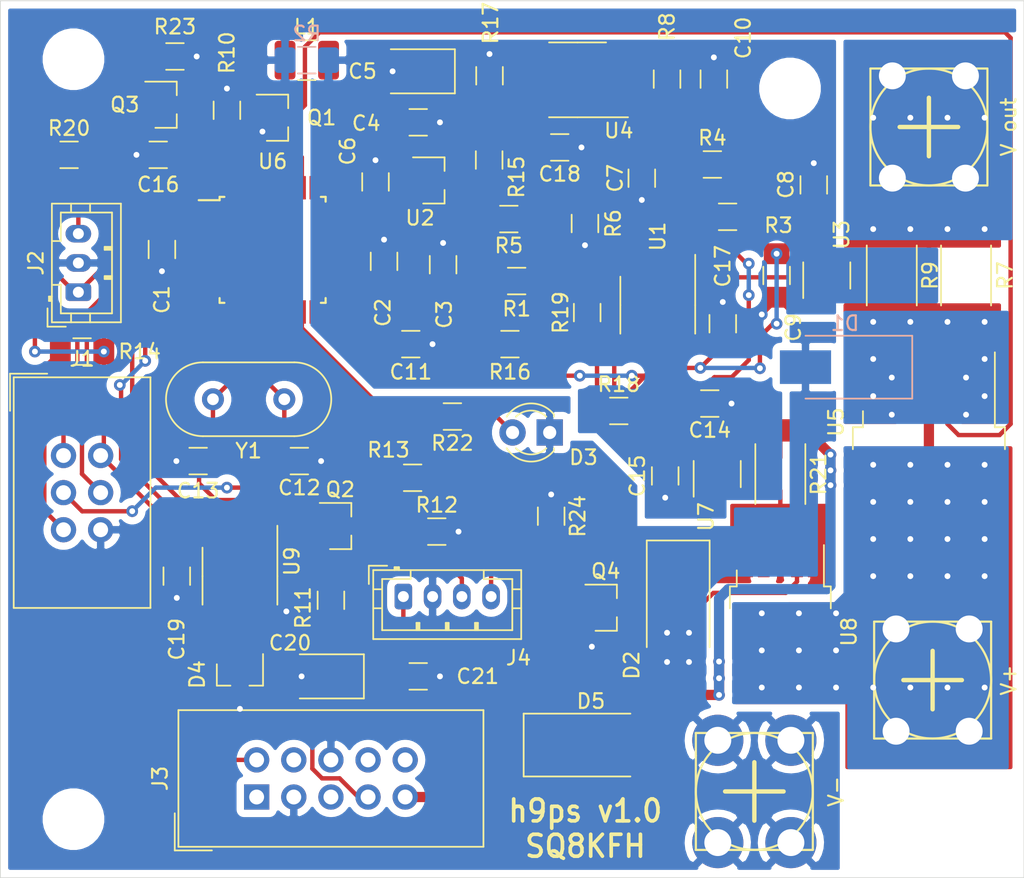
<source format=kicad_pcb>
(kicad_pcb (version 20171130) (host pcbnew "(5.1.2-1)-1")
  (title_block (title h9ps) (date 2020-01-04) (rev 1.0) (company SQ8KFH))
  (layers (0 F.Cu signal) (31 B.Cu signal) (34 B.Paste user) (35 F.Paste user) (36 B.SilkS user) (37 F.SilkS user) (38 B.Mask user) (39 F.Mask user) (44 Edge.Cuts user))
  (net 0 "")
  (net 1 GND)
  (net 2 +5V)
  (net 3 +5VA)
  (net 4 GNDA)
  (net 5 /PWR_I)
  (net 6 "Net-(C6-Pad2)")
  (net 7 "Net-(C7-Pad2)")
  (net 8 /V_OFFSET)
  (net 9 /BUS_I)
  (net 10 "Net-(C12-Pad2)")
  (net 11 /BUTTON)
  (net 12 "Net-(D1-Pad1)")
  (net 13 "Net-(D2-Pad1)")
  (net 14 "Net-(D3-Pad2)")
  (net 15 /CANH)
  (net 16 /CANL)
  (net 17 VPP)
  (net 18 "Net-(H2-Pad1)")
  (net 19 /RESET)
  (net 20 /MOSI)
  (net 21 /SCK)
  (net 22 /MISO)
  (net 23 /-LED1)
  (net 24 /PG)
  (net 25 /PS_ON)
  (net 26 /BUS_PWR)
  (net 27 "Net-(Q1-Pad3)")
  (net 28 /PWR_ON)
  (net 29 "Net-(Q2-Pad1)")
  (net 30 /LED1)
  (net 31 "Net-(Q4-Pad3)")
  (net 32 /BUS_PWR_ON)
  (net 33 "Net-(R1-Pad1)")
  (net 34 "Net-(R15-Pad1)")
  (net 35 /LED2)
  (net 36 "Net-(U1-Pad5)")
  (net 37 "Net-(U1-Pad3)")
  (net 38 "Net-(U4-Pad6)")
  (net 39 /CAN_RX)
  (net 40 /CAN_TX)
  (net 41 "Net-(R16-Pad1)")
  (net 42 "Net-(R18-Pad1)")
  (net 43 "Net-(R3-Pad1)")
  (net 44 "Net-(C13-Pad2)")
  (net 45 "Net-(D5-Pad1)")
  (net 46 "Net-(R8-Pad1)")
  (net 47 "Net-(R13-Pad1)")
  (module Connector_IDC:IDC-Header_2x05_P2.54mm_Vertical (layer F.Cu) (at 68.326 123.063 90)
    (fp_text reference J3 (at 1.27 -6.604 90) (layer F.SilkS))
    (fp_text value DB9)
    (pad 10 thru_hole oval (at 2.54 10.16 90) (size 1.7272 1.7272) (drill 1.016) (layers *.Cu *.Mask))
    (pad 9 thru_hole oval (at 0 10.16 90) (size 1.7272 1.7272) (drill 1.016) (layers *.Cu *.Mask) (net 45 "Net-(D5-Pad1)"))
    (pad 8 thru_hole oval (at 2.54 7.62 90) (size 1.7272 1.7272) (drill 1.016) (layers *.Cu *.Mask))
    (pad 7 thru_hole oval (at 0 7.62 90) (size 1.7272 1.7272) (drill 1.016) (layers *.Cu *.Mask) (net 15 /CANH))
    (pad 6 thru_hole oval (at 2.54 5.08 90) (size 1.7272 1.7272) (drill 1.016) (layers *.Cu *.Mask) (net 1 GND))
    (pad 5 thru_hole oval (at 0 5.08 90) (size 1.7272 1.7272) (drill 1.016) (layers *.Cu *.Mask))
    (pad 4 thru_hole oval (at 2.54 2.54 90) (size 1.7272 1.7272) (drill 1.016) (layers *.Cu *.Mask))
    (pad 3 thru_hole oval (at 0 2.54 90) (size 1.7272 1.7272) (drill 1.016) (layers *.Cu *.Mask) (net 1 GND))
    (pad 2 thru_hole oval (at 2.54 0 90) (size 1.7272 1.7272) (drill 1.016) (layers *.Cu *.Mask) (net 16 /CANL))
    (pad 1 thru_hole rect (at 0 0 90) (size 1.7272 1.7272) (drill 1.016) (layers *.Cu *.Mask))
  )
  (module Diode_SMD:D_SMB_Handsoldering (layer F.Cu) (at 91.186 119.507)
    (fp_text reference D5 (at 0 -3) (layer F.SilkS))
    (fp_text value S1M)
    (pad 2 smd rect (at 2.7 0) (size 3.5 2.3) (layers F.Cu F.Paste F.Mask) (net 26 /BUS_PWR))
    (pad 1 smd rect (at -2.7 0) (size 3.5 2.3) (layers F.Cu F.Paste F.Mask) (net 45 "Net-(D5-Pad1)"))
  )
  (module MountingHole:MountingHole_3.2mm_M3 (layer F.Cu) (at 104.8 74.58)
    (fp_text reference REF** hide)
    (fp_text value MountingHole_3.2mm_M3)
    (pad 1 np_thru_hole circle (at 0 0) (size 3.2 3.2) (drill 3.2) (layers *.Cu *.Mask))
  )
  (module MountingHole:MountingHole_3.2mm_M3 (layer F.Cu) (at 55.8 124.58)
    (fp_text reference " " hide)
    (fp_text value MountingHole_3.2mm_M3)
    (pad 1 np_thru_hole circle (at 0 0) (size 3.2 3.2) (drill 3.2) (layers *.Cu *.Mask))
  )
  (module MountingHole:MountingHole_3.2mm_M3 (layer F.Cu) (at 115.8 124.58)
    (fp_text reference REF** hide)
    (fp_text value MountingHole_3.2mm_M3)
    (pad 1 np_thru_hole circle (at 0 0) (size 3.2 3.2) (drill 3.2) (layers *.Cu *.Mask))
  )
  (module MountingHole:MountingHole_3.2mm_M3 (layer F.Cu) (at 55.8 72.58)
    (fp_text reference REF** hide)
    (fp_text value MountingHole_3.2mm_M3)
    (pad 1 np_thru_hole circle (at 0 0) (size 3.2 3.2) (drill 3.2) (layers *.Cu *.Mask))
  )
  (module Resistor_SMD:R_1206_3216Metric_Pad1.42x1.75mm_HandSolder (layer F.Cu) (at 96.393 73.9394 270)
    (fp_text reference R8 (at -3.5814 0 90) (layer F.SilkS))
    (fp_text value 10k)
    (pad 2 smd roundrect (at 1.4875 0 270) (size 1.425 1.75) (layers F.Cu F.Paste F.Mask) (roundrect_rratio 0.175439) (net 8 /V_OFFSET))
    (pad 1 smd roundrect (at -1.4875 0 270) (size 1.425 1.75) (layers F.Cu F.Paste F.Mask) (roundrect_rratio 0.175439) (net 46 "Net-(R8-Pad1)"))
  )
  (module Capacitor_SMD:C_1206_3216Metric_Pad1.42x1.75mm_HandSolder (layer F.Cu) (at 99.314 96.139 180)
    (fp_text reference C14 (at 0 -1.82) (layer F.SilkS))
    (fp_text value 100n)
    (pad 2 smd roundrect (at 1.4875 0 180) (size 1.425 1.75) (layers F.Cu F.Paste F.Mask) (roundrect_rratio 0.175439) (net 8 /V_OFFSET))
    (pad 1 smd roundrect (at -1.4875 0 180) (size 1.425 1.75) (layers F.Cu F.Paste F.Mask) (roundrect_rratio 0.175439) (net 4 GNDA))
  )
  (module Capacitor_SMD:C_1206_3216Metric_Pad1.42x1.75mm_HandSolder (layer F.Cu) (at 106.426 81.1784 270)
    (fp_text reference C8 (at -0.0254 1.905 90) (layer F.SilkS))
    (fp_text value 100n)
    (pad 2 smd roundrect (at 1.4875 0 270) (size 1.425 1.75) (layers F.Cu F.Paste F.Mask) (roundrect_rratio 0.175439) (net 8 /V_OFFSET))
    (pad 1 smd roundrect (at -1.4875 0 270) (size 1.425 1.75) (layers F.Cu F.Paste F.Mask) (roundrect_rratio 0.175439) (net 4 GNDA))
  )
  (module kfhlib:Screw_Terminal_M4 (layer F.Cu) (at 102.362 122.682)
    (fp_text reference V- (at 5.588 0 90) (layer F.SilkS))
    (fp_text value PWR_GND)
    (pad 1 thru_hole circle (at 2.5 -3.5) (size 3.50088 3.50088) (drill 1.84) (layers *.Cu *.Mask) (net 1 GND))
    (pad 1 thru_hole circle (at -2.5 -3.5) (size 3.50088 3.50088) (drill 1.84) (layers *.Cu *.Mask) (net 1 GND))
    (pad 1 thru_hole circle (at 2.5 3.5) (size 3.50088 3.50088) (drill 1.84) (layers *.Cu *.Mask) (net 1 GND))
    (pad 1 thru_hole circle (at -2.5 3.5) (size 3.50088 3.50088) (drill 1.84) (layers *.Cu *.Mask) (net 1 GND))
  )
  (module kfhlib:Screw_Terminal_M4 (layer F.Cu) (at 114.3 77.216)
    (fp_text reference "V out" (at 5.461 0 90) (layer F.SilkS))
    (fp_text value PWR_OUT)
    (pad 1 thru_hole circle (at 2.5 -3.5) (size 3.50088 3.50088) (drill 1.84) (layers *.Cu *.Mask) (net 18 "Net-(H2-Pad1)"))
    (pad 1 thru_hole circle (at -2.5 -3.5) (size 3.50088 3.50088) (drill 1.84) (layers *.Cu *.Mask) (net 18 "Net-(H2-Pad1)"))
    (pad 1 thru_hole circle (at 2.5 3.5) (size 3.50088 3.50088) (drill 1.84) (layers *.Cu *.Mask) (net 18 "Net-(H2-Pad1)"))
    (pad 1 thru_hole circle (at -2.5 3.5) (size 3.50088 3.50088) (drill 1.84) (layers *.Cu *.Mask) (net 18 "Net-(H2-Pad1)"))
  )
  (module kfhlib:Screw_Terminal_M4 (layer F.Cu) (at 114.554 115.062)
    (fp_text reference V+ (at 5.207 0 90) (layer F.SilkS))
    (fp_text value VPP)
    (pad 1 thru_hole circle (at 2.5 -3.5) (size 3.50088 3.50088) (drill 1.84) (layers *.Cu *.Mask) (net 17 VPP))
    (pad 1 thru_hole circle (at -2.5 -3.5) (size 3.50088 3.50088) (drill 1.84) (layers *.Cu *.Mask) (net 17 VPP))
    (pad 1 thru_hole circle (at 2.5 3.5) (size 3.50088 3.50088) (drill 1.84) (layers *.Cu *.Mask) (net 17 VPP))
    (pad 1 thru_hole circle (at -2.5 3.5) (size 3.50088 3.50088) (drill 1.84) (layers *.Cu *.Mask) (net 17 VPP))
  )
  (module Crystal:Crystal_HC49-U_Vertical (layer F.Cu) (at 70.2183 95.8469 180)
    (fp_text reference Y1 (at 2.44 -3.525) (layer F.SilkS))
    (fp_text value 16MHz)
    (pad 2 thru_hole circle (at 4.88 0 180) (size 1.5 1.5) (drill 0.8) (layers *.Cu *.Mask) (net 44 "Net-(C13-Pad2)"))
    (pad 1 thru_hole circle (at 0 0 180) (size 1.5 1.5) (drill 0.8) (layers *.Cu *.Mask) (net 10 "Net-(C12-Pad2)"))
  )
  (module Package_SO:SOIC-8_3.9x4.9mm_P1.27mm (layer F.Cu) (at 67.183 107.95 270)
    (fp_text reference U9 (at -1.016 -3.556 90) (layer F.SilkS))
    (fp_text value MCP2551-I-SN)
    (pad 8 smd roundrect (at 2.475 -1.905 270) (size 1.95 0.6) (layers F.Cu F.Paste F.Mask) (net 1 GND))
    (pad 7 smd roundrect (at 2.475 -0.635 270) (size 1.95 0.6) (layers F.Cu F.Paste F.Mask) (net 15 /CANH))
    (pad 6 smd roundrect (at 2.475 0.635 270) (size 1.95 0.6) (layers F.Cu F.Paste F.Mask) (net 16 /CANL))
    (pad 5 smd roundrect (at 2.475 1.905 270) (size 1.95 0.6) (layers F.Cu F.Paste F.Mask))
    (pad 4 smd roundrect (at -2.475 1.905 270) (size 1.95 0.6) (layers F.Cu F.Paste F.Mask) (net 39 /CAN_RX))
    (pad 3 smd roundrect (at -2.475 0.635 270) (size 1.95 0.6) (layers F.Cu F.Paste F.Mask) (net 2 +5V))
    (pad 2 smd roundrect (at -2.475 -0.635 270) (size 1.95 0.6) (layers F.Cu F.Paste F.Mask) (net 1 GND))
    (pad 1 smd roundrect (at -2.475 -1.905 270) (size 1.95 0.6) (layers F.Cu F.Paste F.Mask) (net 40 /CAN_TX))
  )
  (module Package_TO_SOT_SMD:TO-252-4 (layer F.Cu) (at 104.14 111.125 270)
    (fp_text reference U8 (at 0.635 -4.699 90) (layer F.SilkS))
    (fp_text value BTS443P)
    (pad 3 smd rect (at 2.1 0 270) (size 6.4 5.8) (layers F.Cu F.Mask) (net 17 VPP))
    (pad 5 smd rect (at -4.2 2.28 270) (size 2.2 0.8) (layers F.Cu F.Paste F.Mask) (net 13 "Net-(D2-Pad1)"))
    (pad 4 smd rect (at -4.2 1.14 270) (size 2.2 0.8) (layers F.Cu F.Paste F.Mask))
    (pad 2 smd rect (at -4.2 -1.14 270) (size 2.2 0.8) (layers F.Cu F.Paste F.Mask) (net 31 "Net-(Q4-Pad3)"))
    (pad 1 smd rect (at -4.2 -2.28 270) (size 2.2 0.8) (layers F.Cu F.Paste F.Mask) (net 13 "Net-(D2-Pad1)"))
  )
  (module Package_TO_SOT_SMD:SOT-23-6 (layer F.Cu) (at 99.822 100.965 90)
    (fp_text reference U7 (at -2.921 -0.762 90) (layer F.SilkS))
    (fp_text value INA181A1)
    (pad 5 smd rect (at 1.1 0 90) (size 1.06 0.65) (layers F.Cu F.Paste F.Mask) (net 8 /V_OFFSET))
    (pad 6 smd rect (at 1.1 -0.95 90) (size 1.06 0.65) (layers F.Cu F.Paste F.Mask) (net 3 +5VA))
    (pad 4 smd rect (at 1.1 0.95 90) (size 1.06 0.65) (layers F.Cu F.Paste F.Mask) (net 26 /BUS_PWR))
    (pad 3 smd rect (at -1.1 0.95 90) (size 1.06 0.65) (layers F.Cu F.Paste F.Mask) (net 13 "Net-(D2-Pad1)"))
    (pad 2 smd rect (at -1.1 0 90) (size 1.06 0.65) (layers F.Cu F.Paste F.Mask) (net 4 GNDA))
    (pad 1 smd rect (at -1.1 -0.95 90) (size 1.06 0.65) (layers F.Cu F.Paste F.Mask) (net 36 "Net-(U1-Pad5)"))
  )
  (module Package_QFP:TQFP-32_7x7mm_P0.8mm (layer F.Cu) (at 69.4182 85.6234)
    (fp_text reference U6 (at 0 -6.05) (layer F.SilkS))
    (fp_text value ATmega16M1-AU)
    (pad 32 smd rect (at -2.8 -4.25 90) (size 1.6 0.55) (layers F.Cu F.Paste F.Mask))
    (pad 31 smd rect (at -2 -4.25 90) (size 1.6 0.55) (layers F.Cu F.Paste F.Mask) (net 19 /RESET))
    (pad 30 smd rect (at -1.2 -4.25 90) (size 1.6 0.55) (layers F.Cu F.Paste F.Mask) (net 11 /BUTTON))
    (pad 29 smd rect (at -0.4 -4.25 90) (size 1.6 0.55) (layers F.Cu F.Paste F.Mask))
    (pad 28 smd rect (at 0.4 -4.25 90) (size 1.6 0.55) (layers F.Cu F.Paste F.Mask))
    (pad 27 smd rect (at 1.2 -4.25 90) (size 1.6 0.55) (layers F.Cu F.Paste F.Mask) (net 30 /LED1))
    (pad 26 smd rect (at 2 -4.25 90) (size 1.6 0.55) (layers F.Cu F.Paste F.Mask) (net 28 /PWR_ON))
    (pad 25 smd rect (at 2.8 -4.25 90) (size 1.6 0.55) (layers F.Cu F.Paste F.Mask))
    (pad 24 smd rect (at 4.25 -2.8) (size 1.6 0.55) (layers F.Cu F.Paste F.Mask))
    (pad 23 smd rect (at 4.25 -2) (size 1.6 0.55) (layers F.Cu F.Paste F.Mask))
    (pad 22 smd rect (at 4.25 -1.2) (size 1.6 0.55) (layers F.Cu F.Paste F.Mask))
    (pad 21 smd rect (at 4.25 -0.4) (size 1.6 0.55) (layers F.Cu F.Paste F.Mask) (net 6 "Net-(C6-Pad2)"))
    (pad 20 smd rect (at 4.25 0.4) (size 1.6 0.55) (layers F.Cu F.Paste F.Mask) (net 4 GNDA))
    (pad 19 smd rect (at 4.25 1.2) (size 1.6 0.55) (layers F.Cu F.Paste F.Mask) (net 3 +5VA))
    (pad 18 smd rect (at 4.25 2) (size 1.6 0.55) (layers F.Cu F.Paste F.Mask) (net 5 /PWR_I))
    (pad 17 smd rect (at 4.25 2.8) (size 1.6 0.55) (layers F.Cu F.Paste F.Mask) (net 9 /BUS_I))
    (pad 16 smd rect (at 2.8 4.25 90) (size 1.6 0.55) (layers F.Cu F.Paste F.Mask))
    (pad 15 smd rect (at 2 4.25 90) (size 1.6 0.55) (layers F.Cu F.Paste F.Mask) (net 35 /LED2))
    (pad 14 smd rect (at 1.2 4.25 90) (size 1.6 0.55) (layers F.Cu F.Paste F.Mask) (net 32 /BUS_PWR_ON))
    (pad 13 smd rect (at 0.4 4.25 90) (size 1.6 0.55) (layers F.Cu F.Paste F.Mask) (net 47 "Net-(R13-Pad1)"))
    (pad 12 smd rect (at -0.4 4.25 90) (size 1.6 0.55) (layers F.Cu F.Paste F.Mask) (net 21 /SCK))
    (pad 11 smd rect (at -1.2 4.25 90) (size 1.6 0.55) (layers F.Cu F.Paste F.Mask) (net 10 "Net-(C12-Pad2)"))
    (pad 10 smd rect (at -2 4.25 90) (size 1.6 0.55) (layers F.Cu F.Paste F.Mask) (net 44 "Net-(C13-Pad2)"))
    (pad 9 smd rect (at -2.8 4.25 90) (size 1.6 0.55) (layers F.Cu F.Paste F.Mask) (net 29 "Net-(Q2-Pad1)"))
    (pad 8 smd rect (at -4.25 2.8) (size 1.6 0.55) (layers F.Cu F.Paste F.Mask))
    (pad 7 smd rect (at -4.25 2) (size 1.6 0.55) (layers F.Cu F.Paste F.Mask) (net 39 /CAN_RX))
    (pad 6 smd rect (at -4.25 1.2) (size 1.6 0.55) (layers F.Cu F.Paste F.Mask) (net 40 /CAN_TX))
    (pad 5 smd rect (at -4.25 0.4) (size 1.6 0.55) (layers F.Cu F.Paste F.Mask) (net 1 GND))
    (pad 4 smd rect (at -4.25 -0.4) (size 1.6 0.55) (layers F.Cu F.Paste F.Mask) (net 2 +5V))
    (pad 3 smd rect (at -4.25 -1.2) (size 1.6 0.55) (layers F.Cu F.Paste F.Mask))
    (pad 2 smd rect (at -4.25 -2) (size 1.6 0.55) (layers F.Cu F.Paste F.Mask) (net 20 /MOSI))
    (pad 1 smd rect (at -4.25 -2.8) (size 1.6 0.55) (layers F.Cu F.Paste F.Mask) (net 22 /MISO))
  )
  (module Package_TO_SOT_SMD:TO-263-7_TabPin4 (layer F.Cu) (at 114.3 100.711 270)
    (fp_text reference U5 (at -3.302 6.35 90) (layer F.SilkS))
    (fp_text value BTS50085-1TMA)
    (pad 4 smd rect (at 3.375 0 270) (size 9.4 10.8) (layers F.Cu F.Mask) (net 17 VPP))
    (pad 7 smd rect (at -5.775 3.81 270) (size 4.6 0.8) (layers F.Cu F.Paste F.Mask) (net 12 "Net-(D1-Pad1)"))
    (pad 6 smd rect (at -5.775 2.54 270) (size 4.6 0.8) (layers F.Cu F.Paste F.Mask) (net 12 "Net-(D1-Pad1)"))
    (pad 5 smd rect (at -5.775 1.27 270) (size 4.6 0.8) (layers F.Cu F.Paste F.Mask))
    (pad 4 smd rect (at -5.775 0 270) (size 4.6 0.8) (layers F.Cu F.Paste F.Mask) (net 17 VPP))
    (pad 3 smd rect (at -5.775 -1.27 270) (size 4.6 0.8) (layers F.Cu F.Paste F.Mask) (net 27 "Net-(Q1-Pad3)"))
    (pad 2 smd rect (at -5.775 -2.54 270) (size 4.6 0.8) (layers F.Cu F.Paste F.Mask) (net 12 "Net-(D1-Pad1)"))
    (pad 1 smd rect (at -5.775 -3.81 270) (size 4.6 0.8) (layers F.Cu F.Paste F.Mask) (net 12 "Net-(D1-Pad1)"))
  )
  (module Package_SO:SOIC-8_3.9x4.9mm_P1.27mm (layer F.Cu) (at 90.2716 73.9902 180)
    (fp_text reference U4 (at -2.8194 -3.4798) (layer F.SilkS))
    (fp_text value TLC272)
    (pad 8 smd roundrect (at 2.475 -1.905 180) (size 1.95 0.6) (layers F.Cu F.Paste F.Mask) (net 3 +5VA))
    (pad 7 smd roundrect (at 2.475 -0.635 180) (size 1.95 0.6) (layers F.Cu F.Paste F.Mask) (net 38 "Net-(U4-Pad6)"))
    (pad 6 smd roundrect (at 2.475 0.635 180) (size 1.95 0.6) (layers F.Cu F.Paste F.Mask) (net 38 "Net-(U4-Pad6)"))
    (pad 5 smd roundrect (at 2.475 1.905 180) (size 1.95 0.6) (layers F.Cu F.Paste F.Mask) (net 34 "Net-(R15-Pad1)"))
    (pad 4 smd roundrect (at -2.475 1.905 180) (size 1.95 0.6) (layers F.Cu F.Paste F.Mask) (net 4 GNDA))
    (pad 3 smd roundrect (at -2.475 0.635 180) (size 1.95 0.6) (layers F.Cu F.Paste F.Mask) (net 7 "Net-(C7-Pad2)"))
    (pad 2 smd roundrect (at -2.475 -0.635 180) (size 1.95 0.6) (layers F.Cu F.Paste F.Mask) (net 46 "Net-(R8-Pad1)"))
    (pad 1 smd roundrect (at -2.475 -1.905 180) (size 1.95 0.6) (layers F.Cu F.Paste F.Mask) (net 8 /V_OFFSET))
  )
  (module Package_TO_SOT_SMD:SOT-23-6 (layer F.Cu) (at 107.315 87.376 90)
    (fp_text reference U3 (at 2.794 1.016 90) (layer F.SilkS))
    (fp_text value INA181A3)
    (pad 5 smd rect (at 1.1 0 90) (size 1.06 0.65) (layers F.Cu F.Paste F.Mask) (net 8 /V_OFFSET))
    (pad 6 smd rect (at 1.1 -0.95 90) (size 1.06 0.65) (layers F.Cu F.Paste F.Mask) (net 3 +5VA))
    (pad 4 smd rect (at 1.1 0.95 90) (size 1.06 0.65) (layers F.Cu F.Paste F.Mask) (net 18 "Net-(H2-Pad1)"))
    (pad 3 smd rect (at -1.1 0.95 90) (size 1.06 0.65) (layers F.Cu F.Paste F.Mask) (net 12 "Net-(D1-Pad1)"))
    (pad 2 smd rect (at -1.1 0 90) (size 1.06 0.65) (layers F.Cu F.Paste F.Mask) (net 4 GNDA))
    (pad 1 smd rect (at -1.1 -0.95 90) (size 1.06 0.65) (layers F.Cu F.Paste F.Mask) (net 37 "Net-(U1-Pad3)"))
  )
  (module Package_TO_SOT_SMD:SOT-23 (layer F.Cu) (at 80.4164 80.8736)
    (fp_text reference U2 (at -0.9144 2.5654) (layer F.SilkS))
    (fp_text value MCP1541-TT)
    (pad 3 smd rect (at 1 0) (size 0.9 0.8) (layers F.Cu F.Paste F.Mask) (net 4 GNDA))
    (pad 2 smd rect (at -1 0.95) (size 0.9 0.8) (layers F.Cu F.Paste F.Mask) (net 6 "Net-(C6-Pad2)"))
    (pad 1 smd rect (at -1 -0.95) (size 0.9 0.8) (layers F.Cu F.Paste F.Mask) (net 3 +5VA))
  )
  (module Package_SO:SOIC-8_3.9x4.9mm_P1.27mm (layer F.Cu) (at 95.758 89.408 270)
    (fp_text reference U1 (at -4.699 0 90) (layer F.SilkS))
    (fp_text value TLC272)
    (pad 8 smd roundrect (at 2.475 -1.905 270) (size 1.95 0.6) (layers F.Cu F.Paste F.Mask) (net 3 +5VA))
    (pad 7 smd roundrect (at 2.475 -0.635 270) (size 1.95 0.6) (layers F.Cu F.Paste F.Mask) (net 41 "Net-(R16-Pad1)"))
    (pad 6 smd roundrect (at 2.475 0.635 270) (size 1.95 0.6) (layers F.Cu F.Paste F.Mask) (net 42 "Net-(R18-Pad1)"))
    (pad 5 smd roundrect (at 2.475 1.905 270) (size 1.95 0.6) (layers F.Cu F.Paste F.Mask) (net 36 "Net-(U1-Pad5)"))
    (pad 4 smd roundrect (at -2.475 1.905 270) (size 1.95 0.6) (layers F.Cu F.Paste F.Mask) (net 4 GNDA))
    (pad 3 smd roundrect (at -2.475 0.635 270) (size 1.95 0.6) (layers F.Cu F.Paste F.Mask) (net 37 "Net-(U1-Pad3)"))
    (pad 2 smd roundrect (at -2.475 -0.635 270) (size 1.95 0.6) (layers F.Cu F.Paste F.Mask) (net 43 "Net-(R3-Pad1)"))
    (pad 1 smd roundrect (at -2.475 -1.905 270) (size 1.95 0.6) (layers F.Cu F.Paste F.Mask) (net 33 "Net-(R1-Pad1)"))
  )
  (module Resistor_SMD:R_1206_3216Metric_Pad1.42x1.75mm_HandSolder (layer F.Cu) (at 88.4682 103.8479 270)
    (fp_text reference R24 (at 0 -1.82 90) (layer F.SilkS))
    (fp_text value 10k)
    (pad 2 smd roundrect (at 1.4875 0 270) (size 1.425 1.75) (layers F.Cu F.Paste F.Mask) (roundrect_rratio 0.175439) (net 32 /BUS_PWR_ON))
    (pad 1 smd roundrect (at -1.4875 0 270) (size 1.425 1.75) (layers F.Cu F.Paste F.Mask) (roundrect_rratio 0.175439) (net 1 GND))
  )
  (module Resistor_SMD:R_1206_3216Metric_Pad1.42x1.75mm_HandSolder (layer F.Cu) (at 62.738 72.39 180)
    (fp_text reference R23 (at 0 2.032) (layer F.SilkS))
    (fp_text value 10k)
    (pad 2 smd roundrect (at 1.4875 0 180) (size 1.425 1.75) (layers F.Cu F.Paste F.Mask) (roundrect_rratio 0.175439) (net 30 /LED1))
    (pad 1 smd roundrect (at -1.4875 0 180) (size 1.425 1.75) (layers F.Cu F.Paste F.Mask) (roundrect_rratio 0.175439) (net 1 GND))
  )
  (module Resistor_SMD:R_1206_3216Metric_Pad1.42x1.75mm_HandSolder (layer F.Cu) (at 81.7134 97.028 180)
    (fp_text reference R22 (at 0 -1.82) (layer F.SilkS))
    (fp_text value 10k)
    (pad 2 smd roundrect (at 1.4875 0 180) (size 1.425 1.75) (layers F.Cu F.Paste F.Mask) (roundrect_rratio 0.175439) (net 35 /LED2))
    (pad 1 smd roundrect (at -1.4875 0 180) (size 1.425 1.75) (layers F.Cu F.Paste F.Mask) (roundrect_rratio 0.175439) (net 14 "Net-(D3-Pad2)"))
  )
  (module Resistor_SMD:R_2512_6332Metric_Pad1.52x3.35mm_HandSolder (layer F.Cu) (at 104.14 100.965 270)
    (fp_text reference R21 (at 0 -2.62 90) (layer F.SilkS))
    (fp_text value 0R3)
    (pad 2 smd roundrect (at 2.9875 0 270) (size 1.525 3.35) (layers F.Cu F.Paste F.Mask) (roundrect_rratio 0.163934) (net 13 "Net-(D2-Pad1)"))
    (pad 1 smd roundrect (at -2.9875 0 270) (size 1.525 3.35) (layers F.Cu F.Paste F.Mask) (roundrect_rratio 0.163934) (net 26 /BUS_PWR))
  )
  (module Resistor_SMD:R_1206_3216Metric_Pad1.42x1.75mm_HandSolder (layer F.Cu) (at 55.499 79.121)
    (fp_text reference R20 (at 0 -1.82) (layer F.SilkS))
    (fp_text value 10k)
    (pad 2 smd roundrect (at 1.4875 0) (size 1.425 1.75) (layers F.Cu F.Paste F.Mask) (roundrect_rratio 0.175439) (net 11 /BUTTON))
    (pad 1 smd roundrect (at -1.4875 0) (size 1.425 1.75) (layers F.Cu F.Paste F.Mask) (roundrect_rratio 0.175439) (net 2 +5V))
  )
  (module Resistor_SMD:R_1206_3216Metric_Pad1.42x1.75mm_HandSolder (layer F.Cu) (at 90.932 89.916 90)
    (fp_text reference R19 (at 0 -1.82 90) (layer F.SilkS))
    (fp_text value 0R)
    (pad 2 smd roundrect (at 1.4875 0 90) (size 1.425 1.75) (layers F.Cu F.Paste F.Mask) (roundrect_rratio 0.175439) (net 41 "Net-(R16-Pad1)"))
    (pad 1 smd roundrect (at -1.4875 0 90) (size 1.425 1.75) (layers F.Cu F.Paste F.Mask) (roundrect_rratio 0.175439) (net 42 "Net-(R18-Pad1)"))
  )
  (module Resistor_SMD:R_1206_3216Metric_Pad1.42x1.75mm_HandSolder (layer F.Cu) (at 93.091 96.647)
    (fp_text reference R18 (at 0 -1.82) (layer F.SilkS))
    (fp_text value NN)
    (pad 2 smd roundrect (at 1.4875 0) (size 1.425 1.75) (layers F.Cu F.Paste F.Mask) (roundrect_rratio 0.175439) (net 8 /V_OFFSET))
    (pad 1 smd roundrect (at -1.4875 0) (size 1.425 1.75) (layers F.Cu F.Paste F.Mask) (roundrect_rratio 0.175439) (net 42 "Net-(R18-Pad1)"))
  )
  (module Resistor_SMD:R_1206_3216Metric_Pad1.42x1.75mm_HandSolder (layer F.Cu) (at 84.2518 73.7108 270)
    (fp_text reference R17 (at -3.6068 -0.0762 90) (layer F.SilkS))
    (fp_text value 10k)
    (pad 2 smd roundrect (at 1.4875 0 270) (size 1.425 1.75) (layers F.Cu F.Paste F.Mask) (roundrect_rratio 0.175439) (net 34 "Net-(R15-Pad1)"))
    (pad 1 smd roundrect (at -1.4875 0 270) (size 1.425 1.75) (layers F.Cu F.Paste F.Mask) (roundrect_rratio 0.175439) (net 4 GNDA))
  )
  (module Resistor_SMD:R_1206_3216Metric_Pad1.42x1.75mm_HandSolder (layer F.Cu) (at 85.6488 92.075 180)
    (fp_text reference R16 (at 0 -1.905) (layer F.SilkS))
    (fp_text value 100)
    (pad 2 smd roundrect (at 1.4875 0 180) (size 1.425 1.75) (layers F.Cu F.Paste F.Mask) (roundrect_rratio 0.175439) (net 9 /BUS_I))
    (pad 1 smd roundrect (at -1.4875 0 180) (size 1.425 1.75) (layers F.Cu F.Paste F.Mask) (roundrect_rratio 0.175439) (net 41 "Net-(R16-Pad1)"))
  )
  (module Resistor_SMD:R_1206_3216Metric_Pad1.42x1.75mm_HandSolder (layer F.Cu) (at 84.2264 79.4766 270)
    (fp_text reference R15 (at 1.1684 -1.8796 90) (layer F.SilkS))
    (fp_text value 10k)
    (pad 2 smd roundrect (at 1.4875 0 270) (size 1.425 1.75) (layers F.Cu F.Paste F.Mask) (roundrect_rratio 0.175439) (net 3 +5VA))
    (pad 1 smd roundrect (at -1.4875 0 270) (size 1.425 1.75) (layers F.Cu F.Paste F.Mask) (roundrect_rratio 0.175439) (net 34 "Net-(R15-Pad1)"))
  )
  (module Resistor_SMD:R_1206_3216Metric_Pad1.42x1.75mm_HandSolder (layer F.Cu) (at 56.388 92.583)
    (fp_text reference R14 (at 3.937 0) (layer F.SilkS))
    (fp_text value 10k)
    (pad 2 smd roundrect (at 1.4875 0) (size 1.425 1.75) (layers F.Cu F.Paste F.Mask) (roundrect_rratio 0.175439) (net 2 +5V))
    (pad 1 smd roundrect (at -1.4875 0) (size 1.425 1.75) (layers F.Cu F.Paste F.Mask) (roundrect_rratio 0.175439) (net 19 /RESET))
  )
  (module Resistor_SMD:R_1206_3216Metric_Pad1.42x1.75mm_HandSolder (layer F.Cu) (at 80.645 104.902)
    (fp_text reference R12 (at 0 -1.82) (layer F.SilkS))
    (fp_text value 10k)
    (pad 2 smd roundrect (at 1.4875 0) (size 1.425 1.75) (layers F.Cu F.Paste F.Mask) (roundrect_rratio 0.175439) (net 1 GND))
    (pad 1 smd roundrect (at -1.4875 0) (size 1.425 1.75) (layers F.Cu F.Paste F.Mask) (roundrect_rratio 0.175439) (net 25 /PS_ON))
  )
  (module Resistor_SMD:R_1206_3216Metric_Pad1.42x1.75mm_HandSolder (layer F.Cu) (at 73.406 109.601 90)
    (fp_text reference R11 (at -0.508 -1.905 90) (layer F.SilkS))
    (fp_text value 10k)
    (pad 2 smd roundrect (at 1.4875 0 90) (size 1.425 1.75) (layers F.Cu F.Paste F.Mask) (roundrect_rratio 0.175439) (net 29 "Net-(Q2-Pad1)"))
    (pad 1 smd roundrect (at -1.4875 0 90) (size 1.425 1.75) (layers F.Cu F.Paste F.Mask) (roundrect_rratio 0.175439) (net 2 +5V))
  )
  (module Resistor_SMD:R_1206_3216Metric_Pad1.42x1.75mm_HandSolder (layer F.Cu) (at 66.294 76.073 270)
    (fp_text reference R10 (at -3.937 0 90) (layer F.SilkS))
    (fp_text value 10k)
    (pad 2 smd roundrect (at 1.4875 0 270) (size 1.425 1.75) (layers F.Cu F.Paste F.Mask) (roundrect_rratio 0.175439) (net 28 /PWR_ON))
    (pad 1 smd roundrect (at -1.4875 0 270) (size 1.425 1.75) (layers F.Cu F.Paste F.Mask) (roundrect_rratio 0.175439) (net 1 GND))
  )
  (module Resistor_SMD:R_2512_6332Metric_Pad1.52x3.35mm_HandSolder (layer F.Cu) (at 111.76 87.376 270)
    (fp_text reference R9 (at 0 -2.62 90) (layer F.SilkS))
    (fp_text value 0R003)
    (pad 2 smd roundrect (at 2.9875 0 270) (size 1.525 3.35) (layers F.Cu F.Paste F.Mask) (roundrect_rratio 0.163934) (net 12 "Net-(D1-Pad1)"))
    (pad 1 smd roundrect (at -2.9875 0 270) (size 1.525 3.35) (layers F.Cu F.Paste F.Mask) (roundrect_rratio 0.163934) (net 18 "Net-(H2-Pad1)"))
  )
  (module Resistor_SMD:R_2512_6332Metric_Pad1.52x3.35mm_HandSolder (layer F.Cu) (at 116.84 87.376 270)
    (fp_text reference R7 (at 0 -2.667 90) (layer F.SilkS))
    (fp_text value 0R003)
    (pad 2 smd roundrect (at 2.9875 0 270) (size 1.525 3.35) (layers F.Cu F.Paste F.Mask) (roundrect_rratio 0.163934) (net 12 "Net-(D1-Pad1)"))
    (pad 1 smd roundrect (at -2.9875 0 270) (size 1.525 3.35) (layers F.Cu F.Paste F.Mask) (roundrect_rratio 0.163934) (net 18 "Net-(H2-Pad1)"))
  )
  (module Resistor_SMD:R_1206_3216Metric_Pad1.42x1.75mm_HandSolder (layer F.Cu) (at 78.994 101.219)
    (fp_text reference R13 (at -1.651 -1.905) (layer F.SilkS))
    (fp_text value 100)
    (pad 2 smd roundrect (at 1.4875 0) (size 1.425 1.75) (layers F.Cu F.Paste F.Mask) (roundrect_rratio 0.175439) (net 24 /PG))
    (pad 1 smd roundrect (at -1.4875 0) (size 1.425 1.75) (layers F.Cu F.Paste F.Mask) (roundrect_rratio 0.175439) (net 47 "Net-(R13-Pad1)"))
  )
  (module Resistor_SMD:R_1206_3216Metric_Pad1.42x1.75mm_HandSolder (layer F.Cu) (at 90.7796 83.82 90)
    (fp_text reference R6 (at 0 1.9304 90) (layer F.SilkS))
    (fp_text value 10k)
    (pad 2 smd roundrect (at 1.4875 0 90) (size 1.425 1.75) (layers F.Cu F.Paste F.Mask) (roundrect_rratio 0.175439) (net 7 "Net-(C7-Pad2)"))
    (pad 1 smd roundrect (at -1.4875 0 90) (size 1.425 1.75) (layers F.Cu F.Paste F.Mask) (roundrect_rratio 0.175439) (net 4 GNDA))
  )
  (module Resistor_SMD:R_1206_3216Metric_Pad1.42x1.75mm_HandSolder (layer F.Cu) (at 85.5726 83.5152 180)
    (fp_text reference R5 (at 0 -1.82) (layer F.SilkS))
    (fp_text value 10k)
    (pad 2 smd roundrect (at 1.4875 0 180) (size 1.425 1.75) (layers F.Cu F.Paste F.Mask) (roundrect_rratio 0.175439) (net 6 "Net-(C6-Pad2)"))
    (pad 1 smd roundrect (at -1.4875 0 180) (size 1.425 1.75) (layers F.Cu F.Paste F.Mask) (roundrect_rratio 0.175439) (net 7 "Net-(C7-Pad2)"))
  )
  (module Resistor_SMD:R_1206_3216Metric_Pad1.42x1.75mm_HandSolder (layer F.Cu) (at 99.4918 79.7814)
    (fp_text reference R4 (at 0 -1.82) (layer F.SilkS))
    (fp_text value 0R)
    (pad 2 smd roundrect (at 1.4875 0) (size 1.425 1.75) (layers F.Cu F.Paste F.Mask) (roundrect_rratio 0.175439) (net 33 "Net-(R1-Pad1)"))
    (pad 1 smd roundrect (at -1.4875 0) (size 1.425 1.75) (layers F.Cu F.Paste F.Mask) (roundrect_rratio 0.175439) (net 43 "Net-(R3-Pad1)"))
  )
  (module Resistor_SMD:R_1206_3216Metric_Pad1.42x1.75mm_HandSolder (layer F.Cu) (at 100.5332 83.3628)
    (fp_text reference R3 (at 3.4798 0.5842) (layer F.SilkS))
    (fp_text value NN)
    (pad 1 smd roundrect (at -1.4875 0) (size 1.425 1.75) (layers F.Cu F.Paste F.Mask) (roundrect_rratio 0.175439) (net 43 "Net-(R3-Pad1)"))
    (pad 2 smd roundrect (at 1.4875 0) (size 1.425 1.75) (layers F.Cu F.Paste F.Mask) (roundrect_rratio 0.175439) (net 8 /V_OFFSET))
  )
  (module Resistor_SMD:R_1206_3216Metric_Pad1.42x1.75mm_HandSolder (layer B.Cu) (at 71.755 72.644 180)
    (fp_text reference R2 (at 0 1.82) (layer B.SilkS) (effects (justify mirror)))
    (fp_text value 0R)
    (pad 2 smd roundrect (at 1.4875 0 180) (size 1.425 1.75) (layers B.Cu B.Paste B.Mask) (roundrect_rratio 0.175439) (net 1 GND))
    (pad 1 smd roundrect (at -1.4875 0 180) (size 1.425 1.75) (layers B.Cu B.Paste B.Mask) (roundrect_rratio 0.175439) (net 4 GNDA))
  )
  (module Resistor_SMD:R_1206_3216Metric_Pad1.42x1.75mm_HandSolder (layer F.Cu) (at 86.106 87.757 180)
    (fp_text reference R1 (at 0 -1.905) (layer F.SilkS))
    (fp_text value 100)
    (pad 2 smd roundrect (at 1.4875 0 180) (size 1.425 1.75) (layers F.Cu F.Paste F.Mask) (roundrect_rratio 0.175439) (net 5 /PWR_I))
    (pad 1 smd roundrect (at -1.4875 0 180) (size 1.425 1.75) (layers F.Cu F.Paste F.Mask) (roundrect_rratio 0.175439) (net 33 "Net-(R1-Pad1)"))
  )
  (module Package_TO_SOT_SMD:SOT-23 (layer F.Cu) (at 92.202 110.109)
    (fp_text reference Q4 (at 0 -2.5) (layer F.SilkS))
    (fp_text value 2N7002)
    (pad 3 smd rect (at 1 0) (size 0.9 0.8) (layers F.Cu F.Paste F.Mask) (net 31 "Net-(Q4-Pad3)"))
    (pad 2 smd rect (at -1 0.95) (size 0.9 0.8) (layers F.Cu F.Paste F.Mask) (net 1 GND))
    (pad 1 smd rect (at -1 -0.95) (size 0.9 0.8) (layers F.Cu F.Paste F.Mask) (net 32 /BUS_PWR_ON))
  )
  (module Package_TO_SOT_SMD:SOT-23 (layer F.Cu) (at 62.103 75.692)
    (fp_text reference Q3 (at -2.794 0) (layer F.SilkS))
    (fp_text value 2N7002)
    (pad 3 smd rect (at 1 0) (size 0.9 0.8) (layers F.Cu F.Paste F.Mask) (net 23 /-LED1))
    (pad 2 smd rect (at -1 0.95) (size 0.9 0.8) (layers F.Cu F.Paste F.Mask) (net 1 GND))
    (pad 1 smd rect (at -1 -0.95) (size 0.9 0.8) (layers F.Cu F.Paste F.Mask) (net 30 /LED1))
  )
  (module Package_TO_SOT_SMD:SOT-23 (layer F.Cu) (at 74.041 104.521)
    (fp_text reference Q2 (at 0 -2.5) (layer F.SilkS))
    (fp_text value BSS84)
    (pad 3 smd rect (at 1 0) (size 0.9 0.8) (layers F.Cu F.Paste F.Mask) (net 25 /PS_ON))
    (pad 2 smd rect (at -1 0.95) (size 0.9 0.8) (layers F.Cu F.Paste F.Mask) (net 2 +5V))
    (pad 1 smd rect (at -1 -0.95) (size 0.9 0.8) (layers F.Cu F.Paste F.Mask) (net 29 "Net-(Q2-Pad1)"))
  )
  (module Package_TO_SOT_SMD:SOT-23 (layer F.Cu) (at 69.723 76.581)
    (fp_text reference Q1 (at 3.048 0) (layer F.SilkS))
    (fp_text value 2N7002)
    (pad 1 smd rect (at -1 -0.95) (size 0.9 0.8) (layers F.Cu F.Paste F.Mask) (net 28 /PWR_ON))
    (pad 2 smd rect (at -1 0.95) (size 0.9 0.8) (layers F.Cu F.Paste F.Mask) (net 1 GND))
    (pad 3 smd rect (at 1 0) (size 0.9 0.8) (layers F.Cu F.Paste F.Mask) (net 27 "Net-(Q1-Pad3)"))
  )
  (module Inductor_SMD:L_1210_3225Metric_Pad1.42x2.65mm_HandSolder (layer F.Cu) (at 71.755 72.644)
    (fp_text reference L1 (at 0 -2.28) (layer F.SilkS))
    (fp_text value 10uH)
    (pad 2 smd roundrect (at 1.4875 0) (size 1.425 2.65) (layers F.Cu F.Paste F.Mask) (roundrect_rratio 0.175439) (net 3 +5VA))
    (pad 1 smd roundrect (at -1.4875 0) (size 1.425 2.65) (layers F.Cu F.Paste F.Mask) (roundrect_rratio 0.175439) (net 2 +5V))
  )
  (module Connector_JST:JST_PH_B4B-PH-K_1x04_P2.00mm_Vertical (layer F.Cu) (at 78.359 109.347)
    (fp_text reference J4 (at 7.874 4.191) (layer F.SilkS))
    (fp_text value Conn_01x04)
    (pad 4 thru_hole oval (at 6 0) (size 1.2 1.75) (drill 0.75) (layers *.Cu *.Mask) (net 24 /PG))
    (pad 3 thru_hole oval (at 4 0) (size 1.2 1.75) (drill 0.75) (layers *.Cu *.Mask) (net 25 /PS_ON))
    (pad 2 thru_hole oval (at 2 0) (size 1.2 1.75) (drill 0.75) (layers *.Cu *.Mask) (net 1 GND))
    (pad 1 thru_hole roundrect (at 0 0) (size 1.2 1.75) (drill 0.75) (layers *.Cu *.Mask) (roundrect_rratio 0.208333) (net 2 +5V))
  )
  (module Connector_JST:JST_PH_B3B-PH-K_1x03_P2.00mm_Vertical (layer F.Cu) (at 56.134 88.519 90)
    (fp_text reference J2 (at 2 -2.9 90) (layer F.SilkS))
    (fp_text value Conn_01x03)
    (pad 3 thru_hole oval (at 4 0 90) (size 1.2 1.75) (drill 0.75) (layers *.Cu *.Mask) (net 23 /-LED1))
    (pad 2 thru_hole oval (at 2 0 90) (size 1.2 1.75) (drill 0.75) (layers *.Cu *.Mask) (net 1 GND))
    (pad 1 thru_hole roundrect (at 0 0 90) (size 1.2 1.75) (drill 0.75) (layers *.Cu *.Mask) (roundrect_rratio 0.208333) (net 11 /BUTTON))
  )
  (module Connector_IDC:IDC-Header_2x03_P2.54mm_Vertical (layer F.Cu) (at 55.118 99.695)
    (fp_text reference J1 (at 1.27 -6.604) (layer F.SilkS))
    (fp_text value AVR-ISP-6)
    (pad 6 thru_hole oval (at 2.54 5.08) (size 1.7272 1.7272) (drill 1.016) (layers *.Cu *.Mask) (net 1 GND))
    (pad 5 thru_hole oval (at 0 5.08) (size 1.7272 1.7272) (drill 1.016) (layers *.Cu *.Mask) (net 19 /RESET))
    (pad 4 thru_hole oval (at 2.54 2.54) (size 1.7272 1.7272) (drill 1.016) (layers *.Cu *.Mask) (net 20 /MOSI))
    (pad 3 thru_hole oval (at 0 2.54) (size 1.7272 1.7272) (drill 1.016) (layers *.Cu *.Mask) (net 21 /SCK))
    (pad 2 thru_hole oval (at 2.54 0) (size 1.7272 1.7272) (drill 1.016) (layers *.Cu *.Mask) (net 2 +5V))
    (pad 1 thru_hole circle (at 0 0) (size 1.7272 1.7272) (drill 1.016) (layers *.Cu *.Mask) (net 22 /MISO))
  )
  (module Package_TO_SOT_SMD:SOT-23 (layer F.Cu) (at 67.183 114.681 270)
    (fp_text reference D4 (at 0 2.921 90) (layer F.SilkS))
    (fp_text value NUP2105L)
    (pad 3 smd rect (at 1 0 270) (size 0.9 0.8) (layers F.Cu F.Paste F.Mask) (net 1 GND))
    (pad 2 smd rect (at -1 0.95 270) (size 0.9 0.8) (layers F.Cu F.Paste F.Mask) (net 16 /CANL))
    (pad 1 smd rect (at -1 -0.95 270) (size 0.9 0.8) (layers F.Cu F.Paste F.Mask) (net 15 /CANH))
  )
  (module LED_THT:LED_D3.0mm (layer F.Cu) (at 88.3666 98.1202 180)
    (fp_text reference D3 (at -2.3114 -1.7018) (layer F.SilkS))
    (fp_text value LED_Small_ALT)
    (pad 2 thru_hole circle (at 2.54 0 180) (size 1.8 1.8) (drill 0.9) (layers *.Cu *.Mask) (net 14 "Net-(D3-Pad2)"))
    (pad 1 thru_hole rect (at 0 0 180) (size 1.8 1.8) (drill 0.9) (layers *.Cu *.Mask) (net 1 GND))
  )
  (module Diode_SMD:D_SMB_Handsoldering (layer F.Cu) (at 97.155 110.109 270)
    (fp_text reference D2 (at 3.937 3.175 90) (layer F.SilkS))
    (fp_text value S1M)
    (pad 2 smd rect (at 2.7 0 270) (size 3.5 2.3) (layers F.Cu F.Paste F.Mask) (net 1 GND))
    (pad 1 smd rect (at -2.7 0 270) (size 3.5 2.3) (layers F.Cu F.Paste F.Mask) (net 13 "Net-(D2-Pad1)"))
  )
  (module Diode_SMD:D_SMB_Handsoldering (layer B.Cu) (at 108.5596 93.6498 180)
    (fp_text reference D1 (at 0 3) (layer B.SilkS) (effects (justify mirror)))
    (fp_text value S1M)
    (pad 2 smd rect (at 2.7 0 180) (size 3.5 2.3) (layers B.Cu B.Paste B.Mask) (net 1 GND))
    (pad 1 smd rect (at -2.7 0 180) (size 3.5 2.3) (layers B.Cu B.Paste B.Mask) (net 12 "Net-(D1-Pad1)"))
  )
  (module Capacitor_SMD:C_1206_3216Metric_Pad1.42x1.75mm_HandSolder (layer F.Cu) (at 79.375 114.808 180)
    (fp_text reference C21 (at -4.064 0) (layer F.SilkS))
    (fp_text value 100n)
    (pad 2 smd roundrect (at 1.4875 0 180) (size 1.425 1.75) (layers F.Cu F.Paste F.Mask) (roundrect_rratio 0.175439) (net 2 +5V))
    (pad 1 smd roundrect (at -1.4875 0 180) (size 1.425 1.75) (layers F.Cu F.Paste F.Mask) (roundrect_rratio 0.175439) (net 1 GND))
  )
  (module Capacitor_Tantalum_SMD:CP_EIA-3528-21_Kemet-B_Pad1.50x2.35mm_HandSolder (layer F.Cu) (at 73.025 114.808 180)
    (fp_text reference C20 (at 2.413 2.286) (layer F.SilkS))
    (fp_text value 47uF)
    (pad 2 smd roundrect (at 1.625 0 180) (size 1.5 2.35) (layers F.Cu F.Paste F.Mask) (roundrect_rratio 0.166667) (net 1 GND))
    (pad 1 smd roundrect (at -1.625 0 180) (size 1.5 2.35) (layers F.Cu F.Paste F.Mask) (roundrect_rratio 0.166667) (net 2 +5V))
  )
  (module Capacitor_SMD:C_1206_3216Metric_Pad1.42x1.75mm_HandSolder (layer F.Cu) (at 62.865 107.95 90)
    (fp_text reference C19 (at -4.318 0 90) (layer F.SilkS))
    (fp_text value 100n)
    (pad 2 smd roundrect (at 1.4875 0 90) (size 1.425 1.75) (layers F.Cu F.Paste F.Mask) (roundrect_rratio 0.175439) (net 2 +5V))
    (pad 1 smd roundrect (at -1.4875 0 90) (size 1.425 1.75) (layers F.Cu F.Paste F.Mask) (roundrect_rratio 0.175439) (net 1 GND))
  )
  (module Capacitor_SMD:C_1206_3216Metric_Pad1.42x1.75mm_HandSolder (layer F.Cu) (at 89.0524 78.613 180)
    (fp_text reference C18 (at 0 -1.82) (layer F.SilkS))
    (fp_text value 100n)
    (pad 2 smd roundrect (at 1.4875 0 180) (size 1.425 1.75) (layers F.Cu F.Paste F.Mask) (roundrect_rratio 0.175439) (net 3 +5VA))
    (pad 1 smd roundrect (at -1.4875 0 180) (size 1.425 1.75) (layers F.Cu F.Paste F.Mask) (roundrect_rratio 0.175439) (net 4 GNDA))
  )
  (module Capacitor_SMD:C_1206_3216Metric_Pad1.42x1.75mm_HandSolder (layer F.Cu) (at 100.203 90.678 270)
    (fp_text reference C17 (at -3.937 0 90) (layer F.SilkS))
    (fp_text value 100n)
    (pad 2 smd roundrect (at 1.4875 0 270) (size 1.425 1.75) (layers F.Cu F.Paste F.Mask) (roundrect_rratio 0.175439) (net 3 +5VA))
    (pad 1 smd roundrect (at -1.4875 0 270) (size 1.425 1.75) (layers F.Cu F.Paste F.Mask) (roundrect_rratio 0.175439) (net 4 GNDA))
  )
  (module Capacitor_SMD:C_1206_3216Metric_Pad1.42x1.75mm_HandSolder (layer F.Cu) (at 61.595 79.121)
    (fp_text reference C16 (at 0 2.032) (layer F.SilkS))
    (fp_text value 100n)
    (pad 2 smd roundrect (at 1.4875 0) (size 1.425 1.75) (layers F.Cu F.Paste F.Mask) (roundrect_rratio 0.175439) (net 11 /BUTTON))
    (pad 1 smd roundrect (at -1.4875 0) (size 1.425 1.75) (layers F.Cu F.Paste F.Mask) (roundrect_rratio 0.175439) (net 1 GND))
  )
  (module Capacitor_SMD:C_1206_3216Metric_Pad1.42x1.75mm_HandSolder (layer F.Cu) (at 96.266 101.092 270)
    (fp_text reference C15 (at 0 1.905 90) (layer F.SilkS))
    (fp_text value 100n)
    (pad 2 smd roundrect (at 1.4875 0 270) (size 1.425 1.75) (layers F.Cu F.Paste F.Mask) (roundrect_rratio 0.175439) (net 4 GNDA))
    (pad 1 smd roundrect (at -1.4875 0 270) (size 1.425 1.75) (layers F.Cu F.Paste F.Mask) (roundrect_rratio 0.175439) (net 3 +5VA))
  )
  (module Capacitor_SMD:C_1206_3216Metric_Pad1.42x1.75mm_HandSolder (layer F.Cu) (at 64.3255 100.076)
    (fp_text reference C13 (at 0 2.032) (layer F.SilkS))
    (fp_text value 22p)
    (pad 2 smd roundrect (at 1.4875 0) (size 1.425 1.75) (layers F.Cu F.Paste F.Mask) (roundrect_rratio 0.175439) (net 44 "Net-(C13-Pad2)"))
    (pad 1 smd roundrect (at -1.4875 0) (size 1.425 1.75) (layers F.Cu F.Paste F.Mask) (roundrect_rratio 0.175439) (net 1 GND))
  )
  (module Capacitor_SMD:C_1206_3216Metric_Pad1.42x1.75mm_HandSolder (layer F.Cu) (at 71.247 100.076 180)
    (fp_text reference C12 (at 0 -1.82) (layer F.SilkS))
    (fp_text value 22p)
    (pad 2 smd roundrect (at 1.4875 0 180) (size 1.425 1.75) (layers F.Cu F.Paste F.Mask) (roundrect_rratio 0.175439) (net 10 "Net-(C12-Pad2)"))
    (pad 1 smd roundrect (at -1.4875 0 180) (size 1.425 1.75) (layers F.Cu F.Paste F.Mask) (roundrect_rratio 0.175439) (net 1 GND))
  )
  (module Capacitor_SMD:C_1206_3216Metric_Pad1.42x1.75mm_HandSolder (layer F.Cu) (at 78.867 92.075 180)
    (fp_text reference C11 (at 0 -1.905) (layer F.SilkS))
    (fp_text value 100n)
    (pad 2 smd roundrect (at 1.4875 0 180) (size 1.425 1.75) (layers F.Cu F.Paste F.Mask) (roundrect_rratio 0.175439) (net 9 /BUS_I))
    (pad 1 smd roundrect (at -1.4875 0 180) (size 1.425 1.75) (layers F.Cu F.Paste F.Mask) (roundrect_rratio 0.175439) (net 4 GNDA))
  )
  (module Capacitor_SMD:C_1206_3216Metric_Pad1.42x1.75mm_HandSolder (layer F.Cu) (at 99.5934 73.9394 270)
    (fp_text reference C10 (at -2.8194 -2.0066 90) (layer F.SilkS))
    (fp_text value 1uF)
    (pad 2 smd roundrect (at 1.4875 0 270) (size 1.425 1.75) (layers F.Cu F.Paste F.Mask) (roundrect_rratio 0.175439) (net 8 /V_OFFSET))
    (pad 1 smd roundrect (at -1.4875 0 270) (size 1.425 1.75) (layers F.Cu F.Paste F.Mask) (roundrect_rratio 0.175439) (net 4 GNDA))
  )
  (module Capacitor_SMD:C_1206_3216Metric_Pad1.42x1.75mm_HandSolder (layer F.Cu) (at 103.886 87.376 270)
    (fp_text reference C9 (at 3.556 -1.143 90) (layer F.SilkS))
    (fp_text value 100n)
    (pad 2 smd roundrect (at 1.4875 0 270) (size 1.425 1.75) (layers F.Cu F.Paste F.Mask) (roundrect_rratio 0.175439) (net 4 GNDA))
    (pad 1 smd roundrect (at -1.4875 0 270) (size 1.425 1.75) (layers F.Cu F.Paste F.Mask) (roundrect_rratio 0.175439) (net 3 +5VA))
  )
  (module Capacitor_SMD:C_1206_3216Metric_Pad1.42x1.75mm_HandSolder (layer F.Cu) (at 94.6658 80.7212 90)
    (fp_text reference C7 (at 0 -1.82 90) (layer F.SilkS))
    (fp_text value 100n)
    (pad 2 smd roundrect (at 1.4875 0 90) (size 1.425 1.75) (layers F.Cu F.Paste F.Mask) (roundrect_rratio 0.175439) (net 7 "Net-(C7-Pad2)"))
    (pad 1 smd roundrect (at -1.4875 0 90) (size 1.425 1.75) (layers F.Cu F.Paste F.Mask) (roundrect_rratio 0.175439) (net 4 GNDA))
  )
  (module Capacitor_SMD:C_1206_3216Metric_Pad1.42x1.75mm_HandSolder (layer F.Cu) (at 76.454 80.9752 270)
    (fp_text reference C6 (at -2.1082 1.905 90) (layer F.SilkS))
    (fp_text value 1uF)
    (pad 2 smd roundrect (at 1.4875 0 270) (size 1.425 1.75) (layers F.Cu F.Paste F.Mask) (roundrect_rratio 0.175439) (net 6 "Net-(C6-Pad2)"))
    (pad 1 smd roundrect (at -1.4875 0 270) (size 1.425 1.75) (layers F.Cu F.Paste F.Mask) (roundrect_rratio 0.175439) (net 4 GNDA))
  )
  (module Capacitor_Tantalum_SMD:CP_EIA-3528-21_Kemet-B_Pad1.50x2.35mm_HandSolder (layer F.Cu) (at 79.248 73.406 180)
    (fp_text reference C5 (at 3.683 0) (layer F.SilkS))
    (fp_text value 47uF)
    (pad 1 smd roundrect (at -1.625 0 180) (size 1.5 2.35) (layers F.Cu F.Paste F.Mask) (roundrect_rratio 0.166667) (net 3 +5VA))
    (pad 2 smd roundrect (at 1.625 0 180) (size 1.5 2.35) (layers F.Cu F.Paste F.Mask) (roundrect_rratio 0.166667) (net 4 GNDA))
  )
  (module Capacitor_SMD:C_1206_3216Metric_Pad1.42x1.75mm_HandSolder (layer F.Cu) (at 79.375 76.8985 180)
    (fp_text reference C4 (at 3.556 -0.0635) (layer F.SilkS))
    (fp_text value 100n)
    (pad 2 smd roundrect (at 1.4875 0 180) (size 1.425 1.75) (layers F.Cu F.Paste F.Mask) (roundrect_rratio 0.175439) (net 3 +5VA))
    (pad 1 smd roundrect (at -1.4875 0 180) (size 1.425 1.75) (layers F.Cu F.Paste F.Mask) (roundrect_rratio 0.175439) (net 4 GNDA))
  )
  (module Capacitor_SMD:C_1206_3216Metric_Pad1.42x1.75mm_HandSolder (layer F.Cu) (at 81.0768 86.6394 270)
    (fp_text reference C3 (at 3.4036 -0.0762 90) (layer F.SilkS))
    (fp_text value 100n)
    (pad 2 smd roundrect (at 1.4875 0 270) (size 1.425 1.75) (layers F.Cu F.Paste F.Mask) (roundrect_rratio 0.175439) (net 5 /PWR_I))
    (pad 1 smd roundrect (at -1.4875 0 270) (size 1.425 1.75) (layers F.Cu F.Paste F.Mask) (roundrect_rratio 0.175439) (net 4 GNDA))
  )
  (module Capacitor_SMD:C_1206_3216Metric_Pad1.42x1.75mm_HandSolder (layer F.Cu) (at 77.0382 86.4108 270)
    (fp_text reference C2 (at 3.5052 0.0762 90) (layer F.SilkS))
    (fp_text value 100n)
    (pad 2 smd roundrect (at 1.4875 0 270) (size 1.425 1.75) (layers F.Cu F.Paste F.Mask) (roundrect_rratio 0.175439) (net 3 +5VA))
    (pad 1 smd roundrect (at -1.4875 0 270) (size 1.425 1.75) (layers F.Cu F.Paste F.Mask) (roundrect_rratio 0.175439) (net 4 GNDA))
  )
  (module Capacitor_SMD:C_1206_3216Metric_Pad1.42x1.75mm_HandSolder (layer F.Cu) (at 61.849 85.598 270)
    (fp_text reference C1 (at 3.429 0 90) (layer F.SilkS))
    (fp_text value 100n)
    (pad 2 smd roundrect (at 1.4875 0 270) (size 1.425 1.75) (layers F.Cu F.Paste F.Mask) (roundrect_rratio 0.175439) (net 1 GND))
    (pad 1 smd roundrect (at -1.4875 0 270) (size 1.425 1.75) (layers F.Cu F.Paste F.Mask) (roundrect_rratio 0.175439) (net 2 +5V))
  )
  (gr_text "h9ps v1.0\nSQ8KFH" (at 90.805 125.222) (layer F.SilkS) (effects (font (size 1.5 1.4) (thickness 0.25))))
  (gr_line (start 50.8 128.58) (end 50.8 68.58) (layer Edge.Cuts) (width 0.05))
  (gr_line (start 120.8 128.58) (end 50.8 128.58) (layer Edge.Cuts) (width 0.05))
  (gr_line (start 120.8 68.58) (end 120.8 128.58) (layer Edge.Cuts) (width 0.05))
  (gr_line (start 50.8 68.58) (end 120.8 68.58) (layer Edge.Cuts) (width 0.05))
  (via (at 96.393 111.8235) (size 0.8) (drill 0.4) (layers F.Cu B.Cu) (net 1))
  (segment (start 62.9111 86.0234) (end 61.849 87.0855) (width 0.3) (layer F.Cu) (net 1))
  (segment (start 65.1682 86.0234) (end 62.9111 86.0234) (width 0.3) (layer F.Cu) (net 1))
  (segment (start 60.1075 77.6375) (end 61.103 76.642) (width 0.3) (layer F.Cu) (net 1))
  (segment (start 60.1075 79.121) (end 60.1075 77.6375) (width 0.3) (layer F.Cu) (net 1))
  (via (at 66.294 74.5855) (size 0.8) (drill 0.4) (layers F.Cu B.Cu) (net 1))
  (via (at 64.2255 72.39) (size 0.8) (drill 0.4) (layers F.Cu B.Cu) (net 1))
  (via (at 68.723 77.531) (size 0.8) (drill 0.4) (layers F.Cu B.Cu) (net 1))
  (via (at 60.1075 79.121) (size 0.8) (drill 0.4) (layers F.Cu B.Cu) (net 1))
  (via (at 61.849 87.0855) (size 0.8) (drill 0.4) (layers F.Cu B.Cu) (net 1))
  (via (at 62.838 100.076) (size 0.8) (drill 0.4) (layers F.Cu B.Cu) (net 1))
  (via (at 72.7345 100.076) (size 0.8) (drill 0.4) (layers F.Cu B.Cu) (net 1))
  (via (at 62.865 109.4375) (size 0.8) (drill 0.4) (layers F.Cu B.Cu) (net 1))
  (via (at 71.4 114.808) (size 0.8) (drill 0.4) (layers F.Cu B.Cu) (net 1))
  (via (at 67.183 117.0305) (size 0.8) (drill 0.4) (layers F.Cu B.Cu) (net 1))
  (segment (start 67.183 115.681) (end 67.183 117.0305) (width 0.3) (layer F.Cu) (net 1))
  (via (at 82.1325 104.902) (size 0.8) (drill 0.4) (layers F.Cu B.Cu) (net 1))
  (via (at 80.8625 114.808) (size 0.8) (drill 0.4) (layers F.Cu B.Cu) (net 1))
  (via (at 88.4682 102.3604) (size 0.8) (drill 0.4) (layers F.Cu B.Cu) (net 1))
  (via (at 91.2495 112.776) (size 0.8) (drill 0.4) (layers F.Cu B.Cu) (net 1))
  (segment (start 91.202 112.7285) (end 91.2495 112.776) (width 0.3) (layer F.Cu) (net 1))
  (segment (start 91.202 111.059) (end 91.202 112.7285) (width 0.3) (layer F.Cu) (net 1))
  (via (at 97.893 111.8235) (size 0.8) (drill 0.4) (layers F.Cu B.Cu) (net 1))
  (via (at 96.393 113.8235) (size 0.8) (drill 0.4) (layers F.Cu B.Cu) (net 1))
  (via (at 97.893 113.8235) (size 0.8) (drill 0.4) (layers F.Cu B.Cu) (net 1))
  (segment (start 63.754 107.823) (end 62.865 108.712) (width 0.3) (layer F.Cu) (net 1))
  (segment (start 62.865 108.712) (end 62.865 109.4375) (width 0.3) (layer F.Cu) (net 1))
  (segment (start 66.052831 107.823) (end 63.754 107.823) (width 0.3) (layer F.Cu) (net 1))
  (segment (start 67.818 106.057831) (end 66.052831 107.823) (width 0.3) (layer F.Cu) (net 1))
  (segment (start 67.818 105.475) (end 67.818 106.057831) (width 0.3) (layer F.Cu) (net 1))
  (via (at 70.358002 110.363) (size 0.8) (drill 0.4) (layers F.Cu B.Cu) (net 1))
  (segment (start 69.088 110.425) (end 70.296002 110.425) (width 0.3) (layer F.Cu) (net 1))
  (segment (start 70.296002 110.425) (end 70.358002 110.363) (width 0.3) (layer F.Cu) (net 1))
  (segment (start 62.9619 85.2234) (end 61.849 84.1105) (width 0.3) (layer F.Cu) (net 2))
  (segment (start 65.1682 85.2234) (end 62.9619 85.2234) (width 0.3) (layer F.Cu) (net 2))
  (segment (start 55.7895 77.343) (end 54.0115 79.121) (width 0.3) (layer F.Cu) (net 2))
  (segment (start 57.023 77.343) (end 55.7895 77.343) (width 0.3) (layer F.Cu) (net 2))
  (segment (start 59.69 74.676) (end 57.023 77.343) (width 0.3) (layer F.Cu) (net 2))
  (segment (start 65.028483 70.866) (end 60.325 70.866) (width 0.3) (layer F.Cu) (net 2))
  (segment (start 59.69 71.501) (end 59.69 74.676) (width 0.3) (layer F.Cu) (net 2))
  (segment (start 60.325 70.866) (end 59.69 71.501) (width 0.3) (layer F.Cu) (net 2))
  (segment (start 66.806483 72.644) (end 65.028483 70.866) (width 0.3) (layer F.Cu) (net 2))
  (segment (start 70.2675 72.644) (end 66.806483 72.644) (width 0.3) (layer F.Cu) (net 2))
  (segment (start 57.8755 99.4775) (end 57.658 99.695) (width 0.3) (layer F.Cu) (net 2))
  (segment (start 57.8755 92.583) (end 57.8755 99.4775) (width 0.3) (layer F.Cu) (net 2))
  (via (at 53.1622 92.583) (size 0.8) (drill 0.4) (layers F.Cu B.Cu) (net 2))
  (segment (start 53.1622 79.9703) (end 53.1622 92.583) (width 0.3) (layer F.Cu) (net 2))
  (segment (start 54.0115 79.121) (end 53.1622 79.9703) (width 0.3) (layer F.Cu) (net 2))
  (via (at 57.8755 92.583) (size 0.8) (drill 0.4) (layers F.Cu B.Cu) (net 2))
  (segment (start 53.1622 92.583) (end 57.8755 92.583) (width 0.3) (layer B.Cu) (net 2))
  (segment (start 66.548 106.55) (end 66.548 105.475) (width 0.3) (layer F.Cu) (net 2))
  (segment (start 65.864153 107.233847) (end 66.548 106.55) (width 0.3) (layer F.Cu) (net 2))
  (segment (start 63.636347 107.233847) (end 65.864153 107.233847) (width 0.3) (layer F.Cu) (net 2))
  (segment (start 62.865 106.4625) (end 63.636347 107.233847) (width 0.3) (layer F.Cu) (net 2))
  (segment (start 61.849 84.1105) (end 60.452 85.5075) (width 0.3) (layer F.Cu) (net 2))
  (segment (start 60.452 89.0315) (end 57.8755 91.608) (width 0.3) (layer F.Cu) (net 2))
  (segment (start 60.452 85.5075) (end 60.452 89.0315) (width 0.3) (layer F.Cu) (net 2))
  (segment (start 57.8755 91.608) (end 57.8755 92.583) (width 0.3) (layer F.Cu) (net 2))
  (segment (start 58.521599 100.558599) (end 57.658 99.695) (width 0.3) (layer F.Cu) (net 2))
  (segment (start 62.865 106.4625) (end 62.865 104.902) (width 0.3) (layer F.Cu) (net 2))
  (segment (start 78.359 114.3365) (end 77.8875 114.808) (width 0.3) (layer F.Cu) (net 2))
  (segment (start 78.359 109.347) (end 78.359 114.3365) (width 0.3) (layer F.Cu) (net 2))
  (segment (start 74.168 111.0885) (end 73.406 111.0885) (width 0.3) (layer F.Cu) (net 2))
  (segment (start 72.71 105.471) (end 73.041 105.471) (width 0.3) (layer F.Cu) (net 2))
  (segment (start 71.628 106.553) (end 72.71 105.471) (width 0.3) (layer F.Cu) (net 2))
  (segment (start 72.7345 111.0885) (end 71.628 109.982) (width 0.3) (layer F.Cu) (net 2))
  (segment (start 73.406 111.0885) (end 72.7345 111.0885) (width 0.3) (layer F.Cu) (net 2))
  (segment (start 62.865 104.902) (end 58.521599 100.558599) (width 0.3) (layer F.Cu) (net 2))
  (segment (start 77.8875 114.808) (end 74.65 114.808) (width 0.3) (layer F.Cu) (net 2))
  (segment (start 74.65 112.3325) (end 73.406 111.0885) (width 0.3) (layer F.Cu) (net 2))
  (segment (start 74.65 114.808) (end 74.65 112.3325) (width 0.3) (layer F.Cu) (net 2))
  (segment (start 71.628 108.204) (end 71.628 106.553) (width 0.3) (layer F.Cu) (net 2))
  (segment (start 71.628 109.982) (end 71.628 108.204) (width 0.3) (layer F.Cu) (net 2))
  (segment (start 71.45899 108.37301) (end 71.628 108.204) (width 0.3) (layer F.Cu) (net 2))
  (segment (start 64.389 109.093) (end 65.10899 108.37301) (width 0.3) (layer F.Cu) (net 2))
  (segment (start 65.10899 108.37301) (end 71.45899 108.37301) (width 0.3) (layer F.Cu) (net 2))
  (segment (start 63.881 110.871) (end 64.389 110.363) (width 0.3) (layer F.Cu) (net 2))
  (segment (start 61.722 110.871) (end 63.881 110.871) (width 0.3) (layer F.Cu) (net 2))
  (segment (start 61.341 107.188) (end 61.341 110.49) (width 0.3) (layer F.Cu) (net 2))
  (segment (start 62.0665 106.4625) (end 61.341 107.188) (width 0.3) (layer F.Cu) (net 2))
  (segment (start 64.389 110.363) (end 64.389 109.093) (width 0.3) (layer F.Cu) (net 2))
  (segment (start 61.341 110.49) (end 61.722 110.871) (width 0.3) (layer F.Cu) (net 2))
  (segment (start 62.865 106.4625) (end 62.0665 106.4625) (width 0.3) (layer F.Cu) (net 2))
  (segment (start 104.2735 86.276) (end 103.886 85.8885) (width 0.3) (layer F.Cu) (net 3))
  (segment (start 106.365 86.276) (end 104.2735 86.276) (width 0.3) (layer F.Cu) (net 3))
  (segment (start 96.5265 99.865) (end 96.266 99.6045) (width 0.3) (layer F.Cu) (net 3))
  (segment (start 98.872 99.865) (end 96.5265 99.865) (width 0.3) (layer F.Cu) (net 3))
  (segment (start 99.9205 91.883) (end 100.203 92.1655) (width 0.3) (layer F.Cu) (net 3))
  (segment (start 97.663 91.883) (end 99.9205 91.883) (width 0.3) (layer F.Cu) (net 3))
  (segment (start 98.6679 93.7006) (end 100.203 92.1655) (width 0.3) (layer F.Cu) (net 3))
  (segment (start 96.266 99.6045) (end 95.291 99.6045) (width 0.3) (layer F.Cu) (net 3))
  (segment (start 95.447434 93.7006) (end 98.6679 93.7006) (width 0.3) (layer F.Cu) (net 3))
  (segment (start 93.41599 97.72949) (end 93.41599 95.732044) (width 0.3) (layer F.Cu) (net 3))
  (segment (start 95.291 99.6045) (end 93.41599 97.72949) (width 0.3) (layer F.Cu) (net 3))
  (segment (start 87.7966 78.3813) (end 87.5649 78.613) (width 0.3) (layer F.Cu) (net 3))
  (segment (start 87.7966 75.8952) (end 87.7966 78.3813) (width 0.3) (layer F.Cu) (net 3))
  (segment (start 79.4164 78.4274) (end 77.8875 76.8985) (width 0.3) (layer F.Cu) (net 3))
  (segment (start 79.4164 79.9236) (end 79.4164 78.4274) (width 0.3) (layer F.Cu) (net 3))
  (segment (start 75.9633 86.8234) (end 77.0382 87.8983) (width 0.3) (layer F.Cu) (net 3))
  (segment (start 73.6682 86.8234) (end 75.9633 86.8234) (width 0.3) (layer F.Cu) (net 3))
  (segment (start 80.873 73.913) (end 80.873 73.406) (width 0.3) (layer F.Cu) (net 3))
  (segment (start 77.8875 76.8985) (end 80.873 73.913) (width 0.3) (layer F.Cu) (net 3))
  (segment (start 85.7234 80.9641) (end 87.5649 79.1226) (width 0.3) (layer F.Cu) (net 3))
  (segment (start 87.5649 79.1226) (end 87.5649 78.613) (width 0.3) (layer F.Cu) (net 3))
  (segment (start 84.2264 80.9641) (end 85.7234 80.9641) (width 0.3) (layer F.Cu) (net 3))
  (segment (start 85.598 81.0895) (end 85.7234 80.9641) (width 0.3) (layer F.Cu) (net 3))
  (segment (start 77.0382 87.8983) (end 78.0132 87.8983) (width 0.3) (layer F.Cu) (net 3))
  (segment (start 79.234 86.6775) (end 83.000266 86.6775) (width 0.3) (layer F.Cu) (net 3))
  (segment (start 85.598 84.079766) (end 85.598 81.0895) (width 0.3) (layer F.Cu) (net 3))
  (segment (start 83.000266 86.6775) (end 85.598 84.079766) (width 0.3) (layer F.Cu) (net 3))
  (segment (start 78.0132 87.8983) (end 79.234 86.6775) (width 0.3) (layer F.Cu) (net 3))
  (segment (start 85.598 80.01) (end 85.598 81.0895) (width 0.3) (layer F.Cu) (net 3))
  (segment (start 85.0265 79.4385) (end 85.598 80.01) (width 0.3) (layer F.Cu) (net 3))
  (segment (start 83.1215 79.4385) (end 85.0265 79.4385) (width 0.3) (layer F.Cu) (net 3))
  (segment (start 82.55 78.867) (end 83.1215 79.4385) (width 0.3) (layer F.Cu) (net 3))
  (segment (start 82.55 74.233) (end 82.55 78.867) (width 0.3) (layer F.Cu) (net 3))
  (segment (start 81.723 73.406) (end 82.55 74.233) (width 0.3) (layer F.Cu) (net 3))
  (segment (start 80.873 73.406) (end 81.723 73.406) (width 0.3) (layer F.Cu) (net 3))
  (via (at 90.424 94.234) (size 0.8) (drill 0.4) (layers F.Cu B.Cu) (net 3))
  (via (at 93.98 94.234) (size 0.8) (drill 0.4) (layers F.Cu B.Cu) (net 3))
  (segment (start 90.424 94.234) (end 93.98 94.234) (width 0.3) (layer B.Cu) (net 3))
  (segment (start 94.869 94.234) (end 94.891517 94.256517) (width 0.3) (layer F.Cu) (net 3))
  (segment (start 94.891517 94.256517) (end 95.447434 93.7006) (width 0.3) (layer F.Cu) (net 3))
  (segment (start 93.98 94.234) (end 94.869 94.234) (width 0.3) (layer F.Cu) (net 3))
  (segment (start 93.41599 95.732044) (end 94.891517 94.256517) (width 0.3) (layer F.Cu) (net 3))
  (segment (start 86.8045 94.234) (end 90.424 94.234) (width 0.3) (layer F.Cu) (net 3))
  (segment (start 85.97379 93.40329) (end 86.8045 94.234) (width 0.3) (layer F.Cu) (net 3))
  (segment (start 85.97379 85.91029) (end 85.97379 93.40329) (width 0.3) (layer F.Cu) (net 3))
  (segment (start 85.598 85.5345) (end 85.97379 85.91029) (width 0.3) (layer F.Cu) (net 3))
  (segment (start 85.598 84.079766) (end 85.598 85.5345) (width 0.3) (layer F.Cu) (net 3))
  (via (at 103.886 85.8885) (size 0.8) (drill 0.4) (layers F.Cu B.Cu) (net 3))
  (via (at 98.6679 93.7006) (size 0.8) (drill 0.4) (layers F.Cu B.Cu) (net 3))
  (via (at 102.743 93.726) (size 0.8) (drill 0.4) (layers F.Cu B.Cu) (net 3))
  (segment (start 102.7176 93.7006) (end 102.743 93.726) (width 0.3) (layer B.Cu) (net 3))
  (segment (start 98.6679 93.7006) (end 102.7176 93.7006) (width 0.3) (layer B.Cu) (net 3))
  (via (at 103.886 90.678) (size 0.8) (drill 0.4) (layers F.Cu B.Cu) (net 3))
  (segment (start 103.886 90.678) (end 103.886 85.8885) (width 0.3) (layer B.Cu) (net 3))
  (segment (start 79.475 75.311) (end 74.422 75.311) (width 0.3) (layer F.Cu) (net 3))
  (segment (start 73.2425 74.1315) (end 73.2425 72.644) (width 0.3) (layer F.Cu) (net 3))
  (segment (start 74.422 75.311) (end 73.2425 74.1315) (width 0.3) (layer F.Cu) (net 3))
  (segment (start 80.873 73.913) (end 79.475 75.311) (width 0.3) (layer F.Cu) (net 3))
  (segment (start 103.632 90.678) (end 103.886 90.678) (width 0.3) (layer F.Cu) (net 3))
  (segment (start 102.743 91.567) (end 103.632 90.678) (width 0.3) (layer F.Cu) (net 3))
  (segment (start 102.743 93.726) (end 102.743 91.567) (width 0.3) (layer F.Cu) (net 3))
  (segment (start 93.853 88.008) (end 93.853 86.933) (width 0.3) (layer F.Cu) (net 4))
  (segment (start 95.0355 89.1905) (end 93.853 88.008) (width 0.3) (layer F.Cu) (net 4))
  (segment (start 100.203 89.1905) (end 95.0355 89.1905) (width 0.3) (layer F.Cu) (net 4))
  (segment (start 104.657347 89.634847) (end 103.886 88.8635) (width 0.3) (layer F.Cu) (net 4))
  (segment (start 106.986153 89.634847) (end 104.657347 89.634847) (width 0.3) (layer F.Cu) (net 4))
  (segment (start 107.315 89.306) (end 106.986153 89.634847) (width 0.3) (layer F.Cu) (net 4))
  (segment (start 107.315 88.476) (end 107.315 89.306) (width 0.3) (layer F.Cu) (net 4))
  (segment (start 99.822 102.895) (end 99.366153 103.350847) (width 0.3) (layer F.Cu) (net 4))
  (segment (start 97.037347 103.350847) (end 96.266 102.5795) (width 0.3) (layer F.Cu) (net 4))
  (segment (start 99.366153 103.350847) (end 97.037347 103.350847) (width 0.3) (layer F.Cu) (net 4))
  (segment (start 99.822 102.065) (end 99.822 102.895) (width 0.3) (layer F.Cu) (net 4))
  (via (at 100.203 89.1905) (size 0.8) (drill 0.4) (layers F.Cu B.Cu) (net 4))
  (via (at 100.8015 96.139) (size 0.8) (drill 0.4) (layers F.Cu B.Cu) (net 4))
  (via (at 96.266 102.5795) (size 0.8) (drill 0.4) (layers F.Cu B.Cu) (net 4))
  (via (at 106.426 79.6909) (size 0.8) (drill 0.4) (layers F.Cu B.Cu) (net 4))
  (via (at 99.5934 72.4519) (size 0.8) (drill 0.4) (layers F.Cu B.Cu) (net 4))
  (segment (start 90.3478 78.4209) (end 90.5399 78.613) (width 0.3) (layer F.Cu) (net 4))
  (segment (start 90.3478 73.409) (end 90.3478 78.4209) (width 0.3) (layer F.Cu) (net 4))
  (segment (start 91.6716 72.0852) (end 90.3478 73.409) (width 0.3) (layer F.Cu) (net 4))
  (segment (start 92.7466 72.0852) (end 91.6716 72.0852) (width 0.3) (layer F.Cu) (net 4))
  (segment (start 81.4164 77.4524) (end 80.8625 76.8985) (width 0.3) (layer F.Cu) (net 4))
  (segment (start 81.4164 80.8736) (end 81.4164 77.4524) (width 0.3) (layer F.Cu) (net 4))
  (segment (start 75.9381 86.0234) (end 77.0382 84.9233) (width 0.3) (layer F.Cu) (net 4))
  (segment (start 73.6682 86.0234) (end 75.9381 86.0234) (width 0.3) (layer F.Cu) (net 4))
  (via (at 77.0382 84.9233) (size 0.8) (drill 0.4) (layers F.Cu B.Cu) (net 4))
  (via (at 81.0768 85.1519) (size 0.8) (drill 0.4) (layers F.Cu B.Cu) (net 4))
  (via (at 80.8625 76.8985) (size 0.8) (drill 0.4) (layers F.Cu B.Cu) (net 4))
  (via (at 77.623 73.406) (size 0.8) (drill 0.4) (layers F.Cu B.Cu) (net 4))
  (via (at 84.2518 72.2233) (size 0.8) (drill 0.4) (layers F.Cu B.Cu) (net 4))
  (via (at 76.454 79.4877) (size 0.8) (drill 0.4) (layers F.Cu B.Cu) (net 4))
  (via (at 90.5399 78.613) (size 0.8) (drill 0.4) (layers F.Cu B.Cu) (net 4))
  (via (at 94.6658 82.2087) (size 0.8) (drill 0.4) (layers F.Cu B.Cu) (net 4))
  (via (at 90.7796 85.3075) (size 0.8) (drill 0.4) (layers F.Cu B.Cu) (net 4))
  (via (at 80.3545 92.075) (size 0.8) (drill 0.4) (layers F.Cu B.Cu) (net 4))
  (via (at 102.87 90.043) (size 0.8) (drill 0.4) (layers F.Cu B.Cu) (net 4))
  (segment (start 103.886 89.027) (end 102.87 90.043) (width 0.3) (layer F.Cu) (net 4))
  (segment (start 103.886 88.8635) (end 103.886 89.027) (width 0.3) (layer F.Cu) (net 4))
  (segment (start 81.4467 87.757) (end 81.0768 88.1269) (width 0.3) (layer F.Cu) (net 5))
  (segment (start 79.9227 89.281) (end 81.0768 88.1269) (width 0.3) (layer F.Cu) (net 5))
  (segment (start 76.343434 89.281) (end 79.9227 89.281) (width 0.3) (layer F.Cu) (net 5))
  (segment (start 74.685834 87.6234) (end 76.343434 89.281) (width 0.3) (layer F.Cu) (net 5))
  (segment (start 73.6682 87.6234) (end 74.685834 87.6234) (width 0.3) (layer F.Cu) (net 5))
  (segment (start 84.2486 88.1269) (end 84.6185 87.757) (width 0.3) (layer F.Cu) (net 5))
  (segment (start 81.0768 88.1269) (end 84.2486 88.1269) (width 0.3) (layer F.Cu) (net 5))
  (segment (start 79.4164 82.5236) (end 79.4164 81.8236) (width 0.3) (layer F.Cu) (net 6))
  (segment (start 80.408 83.5152) (end 79.4164 82.5236) (width 0.3) (layer F.Cu) (net 6))
  (segment (start 84.0851 83.5152) (end 80.408 83.5152) (width 0.3) (layer F.Cu) (net 6))
  (segment (start 77.0931 81.8236) (end 76.454 82.4627) (width 0.3) (layer F.Cu) (net 6))
  (segment (start 79.4164 81.8236) (end 77.0931 81.8236) (width 0.3) (layer F.Cu) (net 6))
  (segment (start 76.454 83.430034) (end 76.454 82.4627) (width 0.3) (layer F.Cu) (net 6))
  (segment (start 74.660634 85.2234) (end 76.454 83.430034) (width 0.3) (layer F.Cu) (net 6))
  (segment (start 73.6682 85.2234) (end 74.660634 85.2234) (width 0.3) (layer F.Cu) (net 6))
  (segment (start 94.0165 79.2337) (end 94.6658 79.2337) (width 0.3) (layer F.Cu) (net 7))
  (segment (start 91.1352 73.8916) (end 91.1352 76.3524) (width 0.3) (layer F.Cu) (net 7))
  (segment (start 91.6716 73.3552) (end 91.1352 73.8916) (width 0.3) (layer F.Cu) (net 7))
  (segment (start 91.1352 76.3524) (end 94.0165 79.2337) (width 0.3) (layer F.Cu) (net 7))
  (segment (start 92.7466 73.3552) (end 91.6716 73.3552) (width 0.3) (layer F.Cu) (net 7))
  (segment (start 93.8784 79.2337) (end 94.6658 79.2337) (width 0.3) (layer F.Cu) (net 7))
  (segment (start 90.7796 82.3325) (end 93.8784 79.2337) (width 0.3) (layer F.Cu) (net 7))
  (segment (start 89.5969 83.5152) (end 90.7796 82.3325) (width 0.3) (layer F.Cu) (net 7))
  (segment (start 87.0601 83.5152) (end 89.5969 83.5152) (width 0.3) (layer F.Cu) (net 7))
  (segment (start 99.822 98.1345) (end 97.8265 96.139) (width 0.3) (layer F.Cu) (net 8))
  (segment (start 99.822 99.865) (end 99.822 98.1345) (width 0.3) (layer F.Cu) (net 8))
  (segment (start 95.0865 96.139) (end 94.5785 96.647) (width 0.3) (layer F.Cu) (net 8))
  (segment (start 97.8265 96.139) (end 95.0865 96.139) (width 0.3) (layer F.Cu) (net 8))
  (segment (start 105.7291 83.3628) (end 106.426 82.6659) (width 0.3) (layer F.Cu) (net 8))
  (segment (start 102.0207 83.3628) (end 105.7291 83.3628) (width 0.3) (layer F.Cu) (net 8))
  (segment (start 107.315 83.5549) (end 106.426 82.6659) (width 0.3) (layer F.Cu) (net 8))
  (segment (start 107.315 86.276) (end 107.315 83.5549) (width 0.3) (layer F.Cu) (net 8))
  (via (at 101.981 86.5632) (size 0.8) (drill 0.4) (layers F.Cu B.Cu) (net 8))
  (via (at 101.981 88.7222) (size 0.8) (drill 0.4) (layers F.Cu B.Cu) (net 8))
  (segment (start 101.981 86.5632) (end 101.981 88.7222) (width 0.3) (layer B.Cu) (net 8))
  (segment (start 100.85381 85.58841) (end 101.8286 86.5632) (width 0.3) (layer F.Cu) (net 8))
  (segment (start 102.235 80.8736) (end 100.85381 82.25479) (width 0.3) (layer F.Cu) (net 8))
  (segment (start 101.8286 86.5632) (end 101.981 86.5632) (width 0.3) (layer F.Cu) (net 8))
  (segment (start 99.5934 75.4269) (end 99.5934 75.9206) (width 0.3) (layer F.Cu) (net 8))
  (segment (start 102.235 78.5622) (end 102.235 80.8736) (width 0.3) (layer F.Cu) (net 8))
  (segment (start 99.5934 75.9206) (end 102.235 78.5622) (width 0.3) (layer F.Cu) (net 8))
  (segment (start 100.85381 82.25479) (end 100.85381 85.58841) (width 0.3) (layer F.Cu) (net 8))
  (segment (start 99.5934 75.8333) (end 99.5934 75.4269) (width 0.3) (layer F.Cu) (net 8))
  (segment (start 106.426 82.6659) (end 99.5934 75.8333) (width 0.3) (layer F.Cu) (net 8))
  (segment (start 99.6299 94.3356) (end 97.8265 96.139) (width 0.3) (layer F.Cu) (net 8))
  (segment (start 100.8126 94.3356) (end 99.6299 94.3356) (width 0.3) (layer F.Cu) (net 8))
  (segment (start 101.981 93.1672) (end 100.8126 94.3356) (width 0.3) (layer F.Cu) (net 8))
  (segment (start 101.981 88.7222) (end 101.981 93.1672) (width 0.3) (layer F.Cu) (net 8))
  (segment (start 95.9247 75.8952) (end 96.393 75.4269) (width 0.3) (layer F.Cu) (net 8))
  (segment (start 92.7466 75.8952) (end 95.9247 75.8952) (width 0.3) (layer F.Cu) (net 8))
  (segment (start 96.393 75.4269) (end 99.5934 75.4269) (width 0.3) (layer F.Cu) (net 8))
  (segment (start 74.1932 88.4234) (end 77.3795 91.6097) (width 0.3) (layer F.Cu) (net 9))
  (segment (start 77.3795 91.6097) (end 77.3795 92.075) (width 0.3) (layer F.Cu) (net 9))
  (segment (start 73.6682 88.4234) (end 74.1932 88.4234) (width 0.3) (layer F.Cu) (net 9))
  (segment (start 82.2563 90.17) (end 84.1613 92.075) (width 0.3) (layer F.Cu) (net 9))
  (segment (start 79.2845 90.17) (end 82.2563 90.17) (width 0.3) (layer F.Cu) (net 9))
  (segment (start 77.3795 92.075) (end 79.2845 90.17) (width 0.3) (layer F.Cu) (net 9))
  (segment (start 68.2182 93.8468) (end 70.2183 95.8469) (width 0.3) (layer F.Cu) (net 10))
  (segment (start 68.2182 89.8734) (end 68.2182 93.8468) (width 0.3) (layer F.Cu) (net 10))
  (segment (start 70.2183 99.6172) (end 69.7595 100.076) (width 0.3) (layer F.Cu) (net 10))
  (segment (start 70.2183 95.8469) (end 70.2183 99.6172) (width 0.3) (layer F.Cu) (net 10))
  (segment (start 54.483 81.6245) (end 56.9865 79.121) (width 0.3) (layer F.Cu) (net 11))
  (segment (start 54.483 87.122) (end 54.483 81.6245) (width 0.3) (layer F.Cu) (net 11))
  (segment (start 55.88 88.519) (end 54.483 87.122) (width 0.3) (layer F.Cu) (net 11))
  (segment (start 56.134 88.519) (end 55.88 88.519) (width 0.3) (layer F.Cu) (net 11))
  (segment (start 63.3365 79.375) (end 63.0825 79.121) (width 0.3) (layer F.Cu) (net 11))
  (segment (start 67.945 79.375) (end 63.3365 79.375) (width 0.3) (layer F.Cu) (net 11))
  (segment (start 68.2182 79.6482) (end 67.945 79.375) (width 0.3) (layer F.Cu) (net 11))
  (segment (start 68.2182 81.3734) (end 68.2182 79.6482) (width 0.3) (layer F.Cu) (net 11))
  (segment (start 59.944 80.518) (end 60.873 80.518) (width 0.3) (layer F.Cu) (net 11))
  (segment (start 62.27 79.121) (end 63.0825 79.121) (width 0.3) (layer F.Cu) (net 11))
  (segment (start 57.785 86.868) (end 57.785 82.677) (width 0.3) (layer F.Cu) (net 11))
  (segment (start 56.134 88.519) (end 57.785 86.868) (width 0.3) (layer F.Cu) (net 11))
  (segment (start 57.785 82.677) (end 59.944 80.518) (width 0.3) (layer F.Cu) (net 11))
  (segment (start 60.873 80.518) (end 62.27 79.121) (width 0.3) (layer F.Cu) (net 11))
  (via (at 110.49 90.551) (size 0.8) (drill 0.4) (layers F.Cu B.Cu) (net 12))
  (segment (start 114.3665 90.3635) (end 116.84 90.3635) (width 0.3) (layer F.Cu) (net 12))
  (segment (start 114.3 90.297) (end 114.3665 90.3635) (width 0.3) (layer F.Cu) (net 12))
  (segment (start 114.3 88.519) (end 114.3 90.297) (width 0.3) (layer F.Cu) (net 12))
  (segment (start 114.257 88.476) (end 114.3 88.519) (width 0.3) (layer F.Cu) (net 12))
  (segment (start 108.265 88.476) (end 114.257 88.476) (width 0.3) (layer F.Cu) (net 12))
  (via (at 113.03 90.551) (size 0.8) (drill 0.4) (layers F.Cu B.Cu) (net 12))
  (via (at 115.57 90.551) (size 0.8) (drill 0.4) (layers F.Cu B.Cu) (net 12))
  (via (at 118.11 90.551) (size 0.8) (drill 0.4) (layers F.Cu B.Cu) (net 12))
  (via (at 110.49 93.091) (size 0.8) (drill 0.4) (layers F.Cu B.Cu) (net 12))
  (via (at 118.11 93.091) (size 0.8) (drill 0.4) (layers F.Cu B.Cu) (net 12))
  (via (at 111.76 94.361) (size 0.8) (drill 0.4) (layers F.Cu B.Cu) (net 12))
  (via (at 116.84 94.361) (size 0.8) (drill 0.4) (layers F.Cu B.Cu) (net 12))
  (via (at 110.49 95.631) (size 0.8) (drill 0.4) (layers F.Cu B.Cu) (net 12))
  (via (at 118.11 95.631) (size 0.8) (drill 0.4) (layers F.Cu B.Cu) (net 12))
  (via (at 111.76 96.901) (size 0.8) (drill 0.4) (layers F.Cu B.Cu) (net 12))
  (via (at 116.84 96.901) (size 0.8) (drill 0.4) (layers F.Cu B.Cu) (net 12))
  (segment (start 100.772 102.065) (end 104.097 102.065) (width 0.3) (layer F.Cu) (net 13))
  (segment (start 104.14 102.108) (end 104.14 103.9525) (width 0.3) (layer F.Cu) (net 13))
  (segment (start 104.097 102.065) (end 104.14 102.108) (width 0.3) (layer F.Cu) (net 13))
  (segment (start 84.7344 97.028) (end 85.8266 98.1202) (width 0.3) (layer F.Cu) (net 14))
  (segment (start 83.2009 97.028) (end 84.7344 97.028) (width 0.3) (layer F.Cu) (net 14))
  (segment (start 67.818 113.366) (end 68.133 113.681) (width 0.3) (layer F.Cu) (net 15))
  (segment (start 67.818 110.425) (end 67.818 113.366) (width 0.3) (layer F.Cu) (net 15))
  (segment (start 68.133 114.7293) (end 68.133 113.681) (width 0.3) (layer F.Cu) (net 15))
  (segment (start 72.136 121.12313) (end 72.136 118.7323) (width 0.3) (layer F.Cu) (net 15))
  (segment (start 72.799471 121.786601) (end 72.136 121.12313) (width 0.3) (layer F.Cu) (net 15))
  (segment (start 73.999731 121.786601) (end 72.799471 121.786601) (width 0.3) (layer F.Cu) (net 15))
  (segment (start 72.136 118.7323) (end 68.133 114.7293) (width 0.3) (layer F.Cu) (net 15))
  (segment (start 75.27613 123.063) (end 73.999731 121.786601) (width 0.3) (layer F.Cu) (net 15))
  (segment (start 75.946 123.063) (end 75.27613 123.063) (width 0.3) (layer F.Cu) (net 15))
  (segment (start 66.548 113.366) (end 66.233 113.681) (width 0.3) (layer F.Cu) (net 16))
  (segment (start 66.548 110.425) (end 66.548 113.366) (width 0.3) (layer F.Cu) (net 16))
  (segment (start 64.486291 116.681465) (end 64.508479 116.618056) (width 0.3) (layer F.Cu) (net 16))
  (segment (start 65.403046 117.51675) (end 65.346165 117.481009) (width 0.3) (layer F.Cu) (net 16))
  (segment (start 64.346166 116.82159) (end 64.403047 116.785849) (width 0.3) (layer F.Cu) (net 16))
  (segment (start 64.516 116.5513) (end 64.516 116.148) (width 0.3) (layer F.Cu) (net 16))
  (segment (start 65.450549 117.938346) (end 65.48629 117.881465) (width 0.3) (layer F.Cu) (net 16))
  (segment (start 64.282757 116.843778) (end 64.346166 116.82159) (width 0.3) (layer F.Cu) (net 16))
  (segment (start 64.749243 118.058821) (end 64.816 118.0513) (width 0.3) (layer F.Cu) (net 16))
  (segment (start 64.403047 116.785849) (end 64.45055 116.738346) (width 0.3) (layer F.Cu) (net 16))
  (segment (start 64.216 116.8513) (end 64.282757 116.843778) (width 0.3) (layer F.Cu) (net 16))
  (segment (start 63.685835 116.881009) (end 63.749244 116.858821) (width 0.3) (layer F.Cu) (net 16))
  (segment (start 63.628954 116.91675) (end 63.685835 116.881009) (width 0.3) (layer F.Cu) (net 16))
  (segment (start 63.523522 117.084543) (end 63.54571 117.021134) (width 0.3) (layer F.Cu) (net 16))
  (segment (start 63.516 117.1513) (end 63.523522 117.084543) (width 0.3) (layer F.Cu) (net 16))
  (segment (start 64.523521 118.284543) (end 64.545709 118.221134) (width 0.3) (layer F.Cu) (net 16))
  (segment (start 63.628954 117.385849) (end 63.581451 117.338346) (width 0.3) (layer F.Cu) (net 16))
  (segment (start 63.749244 117.443778) (end 63.685835 117.42159) (width 0.3) (layer F.Cu) (net 16))
  (segment (start 63.749244 116.858821) (end 63.816 116.8513) (width 0.3) (layer F.Cu) (net 16))
  (segment (start 63.581451 117.338346) (end 63.54571 117.281465) (width 0.3) (layer F.Cu) (net 16))
  (segment (start 63.816 117.4513) (end 63.749244 117.443778) (width 0.3) (layer F.Cu) (net 16))
  (segment (start 65.346165 117.481009) (end 65.282756 117.458821) (width 0.3) (layer F.Cu) (net 16))
  (segment (start 68.326 120.523) (end 66.0019 120.523) (width 0.3) (layer F.Cu) (net 16))
  (segment (start 63.816 116.8513) (end 64.216 116.8513) (width 0.3) (layer F.Cu) (net 16))
  (segment (start 64.58145 118.164253) (end 64.628953 118.11675) (width 0.3) (layer F.Cu) (net 16))
  (segment (start 64.516 116.148) (end 66.233 114.431) (width 0.3) (layer F.Cu) (net 16))
  (segment (start 65.508478 117.684543) (end 65.48629 117.621134) (width 0.3) (layer F.Cu) (net 16))
  (segment (start 65.508478 117.818056) (end 65.516 117.7513) (width 0.3) (layer F.Cu) (net 16))
  (segment (start 63.54571 117.021134) (end 63.581451 116.964253) (width 0.3) (layer F.Cu) (net 16))
  (segment (start 64.508479 116.618056) (end 64.516 116.5513) (width 0.3) (layer F.Cu) (net 16))
  (segment (start 65.48629 117.881465) (end 65.508478 117.818056) (width 0.3) (layer F.Cu) (net 16))
  (segment (start 66.0019 120.523) (end 64.516 119.0371) (width 0.3) (layer F.Cu) (net 16))
  (segment (start 65.282756 118.043778) (end 65.346165 118.02159) (width 0.3) (layer F.Cu) (net 16))
  (segment (start 63.523522 117.218056) (end 63.516 117.1513) (width 0.3) (layer F.Cu) (net 16))
  (segment (start 63.685835 117.42159) (end 63.628954 117.385849) (width 0.3) (layer F.Cu) (net 16))
  (segment (start 65.216 117.4513) (end 63.816 117.4513) (width 0.3) (layer F.Cu) (net 16))
  (segment (start 63.581451 116.964253) (end 63.628954 116.91675) (width 0.3) (layer F.Cu) (net 16))
  (segment (start 65.216 118.0513) (end 65.282756 118.043778) (width 0.3) (layer F.Cu) (net 16))
  (segment (start 63.54571 117.281465) (end 63.523522 117.218056) (width 0.3) (layer F.Cu) (net 16))
  (segment (start 65.450549 117.564253) (end 65.403046 117.51675) (width 0.3) (layer F.Cu) (net 16))
  (segment (start 65.403046 117.985849) (end 65.450549 117.938346) (width 0.3) (layer F.Cu) (net 16))
  (segment (start 65.346165 118.02159) (end 65.403046 117.985849) (width 0.3) (layer F.Cu) (net 16))
  (segment (start 64.816 118.0513) (end 65.216 118.0513) (width 0.3) (layer F.Cu) (net 16))
  (segment (start 65.48629 117.621134) (end 65.450549 117.564253) (width 0.3) (layer F.Cu) (net 16))
  (segment (start 64.545709 118.221134) (end 64.58145 118.164253) (width 0.3) (layer F.Cu) (net 16))
  (segment (start 65.282756 117.458821) (end 65.216 117.4513) (width 0.3) (layer F.Cu) (net 16))
  (segment (start 66.233 114.431) (end 66.233 113.681) (width 0.3) (layer F.Cu) (net 16))
  (segment (start 64.685834 118.081009) (end 64.749243 118.058821) (width 0.3) (layer F.Cu) (net 16))
  (segment (start 65.516 117.7513) (end 65.508478 117.684543) (width 0.3) (layer F.Cu) (net 16))
  (segment (start 64.628953 118.11675) (end 64.685834 118.081009) (width 0.3) (layer F.Cu) (net 16))
  (segment (start 64.516 119.0371) (end 64.516 118.3513) (width 0.3) (layer F.Cu) (net 16))
  (segment (start 64.45055 116.738346) (end 64.486291 116.681465) (width 0.3) (layer F.Cu) (net 16))
  (segment (start 64.516 118.3513) (end 64.523521 118.284543) (width 0.3) (layer F.Cu) (net 16))
  (via (at 110.49 100.33) (size 0.8) (drill 0.4) (layers F.Cu B.Cu) (net 17))
  (via (at 113.03 100.33) (size 0.8) (drill 0.4) (layers F.Cu B.Cu) (net 17))
  (via (at 115.57 100.33) (size 0.8) (drill 0.4) (layers F.Cu B.Cu) (net 17))
  (via (at 118.11 100.33) (size 0.8) (drill 0.4) (layers F.Cu B.Cu) (net 17))
  (via (at 110.49 102.87) (size 0.8) (drill 0.4) (layers F.Cu B.Cu) (net 17))
  (via (at 113.03 102.87) (size 0.8) (drill 0.4) (layers F.Cu B.Cu) (net 17))
  (via (at 115.57 102.87) (size 0.8) (drill 0.4) (layers F.Cu B.Cu) (net 17))
  (via (at 118.11 102.87) (size 0.8) (drill 0.4) (layers F.Cu B.Cu) (net 17))
  (via (at 110.49 105.41) (size 0.8) (drill 0.4) (layers F.Cu B.Cu) (net 17))
  (via (at 113.03 105.41) (size 0.8) (drill 0.4) (layers F.Cu B.Cu) (net 17))
  (via (at 115.57 105.41) (size 0.8) (drill 0.4) (layers F.Cu B.Cu) (net 17))
  (via (at 118.11 105.41) (size 0.8) (drill 0.4) (layers F.Cu B.Cu) (net 17))
  (via (at 110.49 107.95) (size 0.8) (drill 0.4) (layers F.Cu B.Cu) (net 17))
  (via (at 113.03 107.95) (size 0.8) (drill 0.4) (layers F.Cu B.Cu) (net 17))
  (via (at 115.57 107.95) (size 0.8) (drill 0.4) (layers F.Cu B.Cu) (net 17))
  (via (at 118.11 107.95) (size 0.8) (drill 0.4) (layers F.Cu B.Cu) (net 17))
  (via (at 102.87 110.49) (size 0.8) (drill 0.4) (layers F.Cu B.Cu) (net 17))
  (via (at 105.41 110.49) (size 0.8) (drill 0.4) (layers F.Cu B.Cu) (net 17))
  (via (at 107.95 110.49) (size 0.8) (drill 0.4) (layers F.Cu B.Cu) (net 17))
  (via (at 102.87 113.03) (size 0.8) (drill 0.4) (layers F.Cu B.Cu) (net 17))
  (via (at 105.41 113.03) (size 0.8) (drill 0.4) (layers F.Cu B.Cu) (net 17))
  (via (at 107.95 113.03) (size 0.8) (drill 0.4) (layers F.Cu B.Cu) (net 17))
  (via (at 102.87 115.57) (size 0.8) (drill 0.4) (layers F.Cu B.Cu) (net 17))
  (via (at 105.41 115.57) (size 0.8) (drill 0.4) (layers F.Cu B.Cu) (net 17))
  (via (at 107.95 115.57) (size 0.8) (drill 0.4) (layers F.Cu B.Cu) (net 17))
  (via (at 110.49 115.57) (size 0.8) (drill 0.4) (layers F.Cu B.Cu) (net 17))
  (via (at 113.03 115.57) (size 0.8) (drill 0.4) (layers F.Cu B.Cu) (net 17))
  (via (at 115.57 115.57) (size 0.8) (drill 0.4) (layers F.Cu B.Cu) (net 17))
  (via (at 118.11 115.57) (size 0.8) (drill 0.4) (layers F.Cu B.Cu) (net 17))
  (segment (start 114.3 94.936) (end 114.3 104.086) (width 0.7) (layer F.Cu) (net 17))
  (via (at 110.49 84.201) (size 0.8) (drill 0.4) (layers F.Cu B.Cu) (net 18))
  (segment (start 108.265 86.276) (end 114.257 86.276) (width 0.3) (layer F.Cu) (net 18))
  (segment (start 114.257 86.276) (end 114.3 86.233) (width 0.3) (layer F.Cu) (net 18))
  (segment (start 114.3 86.233) (end 114.3 84.455) (width 0.3) (layer F.Cu) (net 18))
  (segment (start 114.3665 84.3885) (end 116.84 84.3885) (width 0.3) (layer F.Cu) (net 18))
  (segment (start 114.3 84.455) (end 114.3665 84.3885) (width 0.3) (layer F.Cu) (net 18))
  (via (at 113.03 84.201) (size 0.8) (drill 0.4) (layers F.Cu B.Cu) (net 18))
  (via (at 115.57 84.201) (size 0.8) (drill 0.4) (layers F.Cu B.Cu) (net 18))
  (via (at 118.11 84.201) (size 0.8) (drill 0.4) (layers F.Cu B.Cu) (net 18))
  (via (at 110.49 76.581) (size 0.8) (drill 0.4) (layers F.Cu B.Cu) (net 18))
  (via (at 113.03 76.581) (size 0.8) (drill 0.4) (layers F.Cu B.Cu) (net 18))
  (via (at 115.57 76.581) (size 0.8) (drill 0.4) (layers F.Cu B.Cu) (net 18))
  (via (at 118.11 76.581) (size 0.8) (drill 0.4) (layers F.Cu B.Cu) (net 18))
  (segment (start 53.804399 93.679101) (end 54.9005 92.583) (width 0.3) (layer F.Cu) (net 19))
  (segment (start 53.804399 103.461399) (end 53.804399 93.679101) (width 0.3) (layer F.Cu) (net 19))
  (segment (start 55.118 104.775) (end 53.804399 103.461399) (width 0.3) (layer F.Cu) (net 19))
  (segment (start 54.9005 91.736058) (end 58.547 88.089558) (width 0.3) (layer F.Cu) (net 19))
  (segment (start 58.547 88.089558) (end 58.547 83.185) (width 0.3) (layer F.Cu) (net 19))
  (segment (start 54.9005 92.583) (end 54.9005 91.736058) (width 0.3) (layer F.Cu) (net 19))
  (segment (start 67.4182 80.2734) (end 67.4182 81.3734) (width 0.3) (layer F.Cu) (net 19))
  (segment (start 63.754 81.153) (end 64.897 80.01) (width 0.3) (layer F.Cu) (net 19))
  (segment (start 67.1548 80.01) (end 67.4182 80.2734) (width 0.3) (layer F.Cu) (net 19))
  (segment (start 58.547 83.185) (end 60.579 81.153) (width 0.3) (layer F.Cu) (net 19))
  (segment (start 60.579 81.153) (end 63.754 81.153) (width 0.3) (layer F.Cu) (net 19))
  (segment (start 64.897 80.01) (end 67.1548 80.01) (width 0.3) (layer F.Cu) (net 19))
  (segment (start 64.0682 83.6234) (end 65.1682 83.6234) (width 0.3) (layer F.Cu) (net 20))
  (segment (start 63.03681 82.59201) (end 64.0682 83.6234) (width 0.3) (layer F.Cu) (net 20))
  (segment (start 59.851991 84.030043) (end 61.290024 82.59201) (width 0.3) (layer F.Cu) (net 20))
  (segment (start 61.290024 82.59201) (end 63.03681 82.59201) (width 0.3) (layer F.Cu) (net 20))
  (segment (start 59.851991 88.529043) (end 59.851991 84.030043) (width 0.3) (layer F.Cu) (net 20))
  (segment (start 56.71299 91.668044) (end 59.851991 88.529043) (width 0.3) (layer F.Cu) (net 20))
  (segment (start 57.658 102.235) (end 56.381601 100.958601) (width 0.3) (layer F.Cu) (net 20))
  (segment (start 56.71299 98.133732) (end 56.71299 91.668044) (width 0.3) (layer F.Cu) (net 20))
  (segment (start 56.381601 98.465121) (end 56.71299 98.133732) (width 0.3) (layer F.Cu) (net 20))
  (segment (start 56.381601 100.958601) (end 56.381601 98.465121) (width 0.3) (layer F.Cu) (net 20))
  (via (at 59.817 103.505) (size 0.8) (drill 0.4) (layers F.Cu B.Cu) (net 21))
  (segment (start 59.785601 103.473601) (end 59.817 103.505) (width 0.25) (layer F.Cu) (net 21))
  (via (at 66.294 101.893) (size 0.8) (drill 0.4) (layers F.Cu B.Cu) (net 21))
  (segment (start 73.748 101.893) (end 66.294 101.893) (width 0.3) (layer F.Cu) (net 21))
  (segment (start 59.817 103.505) (end 61.429 101.893) (width 0.3) (layer B.Cu) (net 21))
  (segment (start 69.0182 91.8782) (end 74.676 97.536) (width 0.3) (layer F.Cu) (net 21))
  (segment (start 61.429 101.893) (end 66.294 101.893) (width 0.3) (layer B.Cu) (net 21))
  (segment (start 74.676 100.965) (end 73.748 101.893) (width 0.3) (layer F.Cu) (net 21))
  (segment (start 69.0182 89.8734) (end 69.0182 91.8782) (width 0.3) (layer F.Cu) (net 21))
  (segment (start 74.676 97.536) (end 74.676 100.965) (width 0.3) (layer F.Cu) (net 21))
  (segment (start 59.747803 103.511399) (end 59.785601 103.473601) (width 0.3) (layer F.Cu) (net 21))
  (segment (start 56.394399 103.511399) (end 59.747803 103.511399) (width 0.3) (layer F.Cu) (net 21))
  (segment (start 55.118 102.235) (end 56.394399 103.511399) (width 0.3) (layer F.Cu) (net 21))
  (segment (start 59.182 83.693) (end 60.833 82.042) (width 0.3) (layer F.Cu) (net 22))
  (segment (start 55.118 99.695) (end 55.118 94.742) (width 0.3) (layer F.Cu) (net 22))
  (segment (start 55.118 94.742) (end 56.06301 93.79699) (width 0.3) (layer F.Cu) (net 22))
  (segment (start 56.06301 93.79699) (end 56.06301 91.42209) (width 0.3) (layer F.Cu) (net 22))
  (segment (start 64.3868 82.042) (end 65.1682 82.8234) (width 0.3) (layer F.Cu) (net 22))
  (segment (start 56.06301 91.42209) (end 59.182 88.3031) (width 0.3) (layer F.Cu) (net 22))
  (segment (start 60.833 82.042) (end 64.3868 82.042) (width 0.3) (layer F.Cu) (net 22))
  (segment (start 59.182 88.3031) (end 59.182 83.693) (width 0.3) (layer F.Cu) (net 22))
  (segment (start 58.42 77.343) (end 58.42 80.939458) (width 0.3) (layer F.Cu) (net 23))
  (segment (start 58.42 80.939458) (end 56.134 83.225458) (width 0.3) (layer F.Cu) (net 23))
  (segment (start 56.134 83.225458) (end 56.134 84.519) (width 0.3) (layer F.Cu) (net 23))
  (segment (start 60.071 75.692) (end 58.42 77.343) (width 0.3) (layer F.Cu) (net 23))
  (segment (start 63.103 75.692) (end 60.071 75.692) (width 0.3) (layer F.Cu) (net 23))
  (segment (start 80.676 101.4135) (end 80.4815 101.219) (width 0.3) (layer F.Cu) (net 24))
  (segment (start 81.788 101.219) (end 80.4815 101.219) (width 0.3) (layer F.Cu) (net 24))
  (segment (start 84.359 103.79) (end 81.788 101.219) (width 0.3) (layer F.Cu) (net 24))
  (segment (start 84.359 109.347) (end 84.359 103.79) (width 0.3) (layer F.Cu) (net 24))
  (segment (start 82.359 108.1035) (end 79.1575 104.902) (width 0.3) (layer F.Cu) (net 25))
  (segment (start 82.359 109.347) (end 82.359 108.1035) (width 0.3) (layer F.Cu) (net 25))
  (segment (start 78.7765 104.521) (end 79.1575 104.902) (width 0.3) (layer F.Cu) (net 25))
  (segment (start 75.041 104.521) (end 78.7765 104.521) (width 0.3) (layer F.Cu) (net 25))
  (segment (start 100.772 99.865) (end 104.097 99.865) (width 0.3) (layer F.Cu) (net 26))
  (segment (start 104.14 99.822) (end 104.14 97.9775) (width 0.3) (layer F.Cu) (net 26))
  (segment (start 104.097 99.865) (end 104.14 99.822) (width 0.3) (layer F.Cu) (net 26))
  (segment (start 105.915 97.9775) (end 107.569 99.6315) (width 0.7) (layer F.Cu) (net 26))
  (segment (start 104.14 97.9775) (end 105.915 97.9775) (width 0.7) (layer F.Cu) (net 26))
  (via (at 107.569 101.727) (size 0.8) (drill 0.4) (layers F.Cu B.Cu) (net 26))
  (segment (start 107.569 99.6315) (end 107.569 100.711) (width 0.7) (layer F.Cu) (net 26))
  (via (at 99.949 116.078) (size 0.8) (drill 0.4) (layers F.Cu B.Cu) (net 26))
  (via (at 107.569 99.6315) (size 0.8) (drill 0.4) (layers F.Cu B.Cu) (net 26))
  (segment (start 107.569 100.711) (end 107.569 101.727) (width 0.7) (layer F.Cu) (net 26))
  (via (at 107.569 100.711) (size 0.8) (drill 0.4) (layers F.Cu B.Cu) (net 26))
  (segment (start 107.569 101.727) (end 107.569 99.6315) (width 0.7) (layer B.Cu) (net 26))
  (segment (start 99.949 114.935) (end 99.949 116.078) (width 0.7) (layer B.Cu) (net 26))
  (via (at 99.949 114.935) (size 0.8) (drill 0.4) (layers F.Cu B.Cu) (net 26))
  (segment (start 99.949 113.792) (end 99.949 114.935) (width 0.7) (layer B.Cu) (net 26))
  (via (at 99.949 113.792) (size 0.8) (drill 0.4) (layers F.Cu B.Cu) (net 26))
  (segment (start 99.949 113.792) (end 99.949 116.078) (width 0.7) (layer F.Cu) (net 26))
  (segment (start 100.584 108.839) (end 99.949 109.474) (width 0.7) (layer B.Cu) (net 26))
  (segment (start 99.949 109.474) (end 99.949 113.792) (width 0.7) (layer B.Cu) (net 26))
  (segment (start 107.315 108.839) (end 100.584 108.839) (width 0.7) (layer B.Cu) (net 26))
  (segment (start 107.569 108.585) (end 107.315 108.839) (width 0.7) (layer B.Cu) (net 26))
  (segment (start 107.569 101.727) (end 107.569 108.585) (width 0.7) (layer B.Cu) (net 26))
  (segment (start 93.886 117.657) (end 93.886 119.507) (width 0.7) (layer F.Cu) (net 26))
  (segment (start 95.465 116.078) (end 93.886 117.657) (width 0.7) (layer F.Cu) (net 26))
  (segment (start 99.949 116.078) (end 95.465 116.078) (width 0.7) (layer F.Cu) (net 26))
  (segment (start 116.332 98.298) (end 115.57 97.536) (width 0.3) (layer F.Cu) (net 27))
  (segment (start 119.888 97.536) (end 119.126 98.298) (width 0.3) (layer F.Cu) (net 27))
  (segment (start 115.57 97.536) (end 115.57 94.936) (width 0.3) (layer F.Cu) (net 27))
  (segment (start 119.888 71.12) (end 119.888 97.536) (width 0.3) (layer F.Cu) (net 27))
  (segment (start 119.507 70.739) (end 119.888 71.12) (width 0.3) (layer F.Cu) (net 27))
  (segment (start 119.126 98.298) (end 116.332 98.298) (width 0.3) (layer F.Cu) (net 27))
  (segment (start 70.723 76.581) (end 70.773 76.581) (width 0.3) (layer F.Cu) (net 27))
  (segment (start 71.628 71.731034) (end 72.620034 70.739) (width 0.3) (layer F.Cu) (net 27))
  (segment (start 71.628 75.726) (end 71.628 71.731034) (width 0.3) (layer F.Cu) (net 27))
  (segment (start 70.773 76.581) (end 71.628 75.726) (width 0.3) (layer F.Cu) (net 27))
  (segment (start 72.620034 70.739) (end 119.507 70.739) (width 0.3) (layer F.Cu) (net 27))
  (segment (start 69.723 76.581) (end 68.773 75.631) (width 0.3) (layer F.Cu) (net 28))
  (segment (start 68.773 75.631) (end 68.723 75.631) (width 0.3) (layer F.Cu) (net 28))
  (segment (start 69.723 77.597) (end 69.723 76.581) (width 0.3) (layer F.Cu) (net 28))
  (segment (start 71.4182 79.2922) (end 69.723 77.597) (width 0.3) (layer F.Cu) (net 28))
  (segment (start 71.4182 81.3734) (end 71.4182 79.2922) (width 0.3) (layer F.Cu) (net 28))
  (segment (start 66.294 76.835) (end 66.294 77.5605) (width 0.3) (layer F.Cu) (net 28))
  (segment (start 67.498 75.631) (end 66.294 76.835) (width 0.3) (layer F.Cu) (net 28))
  (segment (start 68.723 75.631) (end 67.498 75.631) (width 0.3) (layer F.Cu) (net 28))
  (segment (start 61.595 97.409) (end 61.595 93.98) (width 0.3) (layer F.Cu) (net 29))
  (segment (start 62.738 98.552) (end 61.595 97.409) (width 0.3) (layer F.Cu) (net 29))
  (segment (start 63.754 98.552) (end 62.738 98.552) (width 0.3) (layer F.Cu) (net 29))
  (segment (start 61.595 93.98) (end 65.7016 89.8734) (width 0.3) (layer F.Cu) (net 29))
  (segment (start 64.389 99.187) (end 63.754 98.552) (width 0.3) (layer F.Cu) (net 29))
  (segment (start 65.7016 89.8734) (end 66.6182 89.8734) (width 0.3) (layer F.Cu) (net 29))
  (segment (start 65.532 102.743) (end 64.389 101.6) (width 0.3) (layer F.Cu) (net 29))
  (segment (start 70.349034 102.743) (end 65.532 102.743) (width 0.3) (layer F.Cu) (net 29))
  (segment (start 64.389 101.6) (end 64.389 99.187) (width 0.3) (layer F.Cu) (net 29))
  (segment (start 71.177034 103.571) (end 70.349034 102.743) (width 0.3) (layer F.Cu) (net 29))
  (segment (start 73.041 103.571) (end 71.177034 103.571) (width 0.3) (layer F.Cu) (net 29))
  (segment (start 73.406 107.301) (end 73.406 108.1135) (width 0.3) (layer F.Cu) (net 29))
  (segment (start 74.041 104.521) (end 74.041 106.666) (width 0.3) (layer F.Cu) (net 29))
  (segment (start 73.091 103.571) (end 74.041 104.521) (width 0.3) (layer F.Cu) (net 29))
  (segment (start 74.041 106.666) (end 73.406 107.301) (width 0.3) (layer F.Cu) (net 29))
  (segment (start 73.041 103.571) (end 73.091 103.571) (width 0.3) (layer F.Cu) (net 29))
  (segment (start 63.813002 74.742) (end 61.103 74.742) (width 0.3) (layer F.Cu) (net 30))
  (segment (start 64.643 78.232) (end 64.643 75.571998) (width 0.3) (layer F.Cu) (net 30))
  (segment (start 65.13401 78.72301) (end 64.643 78.232) (width 0.3) (layer F.Cu) (net 30))
  (segment (start 70.6182 80.2734) (end 69.06781 78.72301) (width 0.3) (layer F.Cu) (net 30))
  (segment (start 69.06781 78.72301) (end 65.13401 78.72301) (width 0.3) (layer F.Cu) (net 30))
  (segment (start 64.643 75.571998) (end 63.813002 74.742) (width 0.3) (layer F.Cu) (net 30))
  (segment (start 70.6182 81.3734) (end 70.6182 80.2734) (width 0.3) (layer F.Cu) (net 30))
  (segment (start 61.103 72.5375) (end 61.2505 72.39) (width 0.3) (layer F.Cu) (net 30))
  (segment (start 61.103 74.742) (end 61.103 72.5375) (width 0.3) (layer F.Cu) (net 30))
  (segment (start 98.552 110.109) (end 93.202 110.109) (width 0.3) (layer F.Cu) (net 31))
  (segment (start 105.28 106.925) (end 105.28 108.325) (width 0.3) (layer F.Cu) (net 31))
  (segment (start 99.568 109.093) (end 98.552 110.109) (width 0.3) (layer F.Cu) (net 31))
  (segment (start 104.512 109.093) (end 99.568 109.093) (width 0.3) (layer F.Cu) (net 31))
  (segment (start 105.28 108.325) (end 104.512 109.093) (width 0.3) (layer F.Cu) (net 31))
  (segment (start 91.202 108.0692) (end 88.4682 105.3354) (width 0.3) (layer F.Cu) (net 32))
  (segment (start 91.202 109.159) (end 91.202 108.0692) (width 0.3) (layer F.Cu) (net 32))
  (segment (start 81.407 98.679) (end 88.0634 105.3354) (width 0.3) (layer F.Cu) (net 32))
  (segment (start 88.0634 105.3354) (end 88.4682 105.3354) (width 0.3) (layer F.Cu) (net 32))
  (segment (start 78.105 98.679) (end 81.407 98.679) (width 0.3) (layer F.Cu) (net 32))
  (segment (start 70.6182 91.1922) (end 78.105 98.679) (width 0.3) (layer F.Cu) (net 32))
  (segment (start 70.6182 89.8734) (end 70.6182 91.1922) (width 0.3) (layer F.Cu) (net 32))
  (segment (start 100.2538 81.4819) (end 100.9793 80.7564) (width 0.3) (layer F.Cu) (net 33))
  (segment (start 100.9793 80.7564) (end 100.9793 79.7814) (width 0.3) (layer F.Cu) (net 33))
  (segment (start 100.2538 84.3422) (end 100.2538 81.4819) (width 0.3) (layer F.Cu) (net 33))
  (segment (start 97.663 86.933) (end 100.2538 84.3422) (width 0.3) (layer F.Cu) (net 33))
  (segment (start 88.364847 86.985653) (end 87.5935 87.757) (width 0.3) (layer F.Cu) (net 33))
  (segment (start 91.703347 86.985653) (end 88.364847 86.985653) (width 0.3) (layer F.Cu) (net 33))
  (segment (start 94.4245 84.2645) (end 91.703347 86.985653) (width 0.3) (layer F.Cu) (net 33))
  (segment (start 95.5675 84.2645) (end 94.4245 84.2645) (width 0.3) (layer F.Cu) (net 33))
  (segment (start 100.9793 79.7814) (end 99.4934 78.2955) (width 0.3) (layer F.Cu) (net 33))
  (segment (start 96.901 78.2955) (end 96.4565 78.74) (width 0.3) (layer F.Cu) (net 33))
  (segment (start 96.4565 83.3755) (end 95.5675 84.2645) (width 0.3) (layer F.Cu) (net 33))
  (segment (start 99.4934 78.2955) (end 96.901 78.2955) (width 0.3) (layer F.Cu) (net 33))
  (segment (start 96.4565 78.74) (end 96.4565 83.3755) (width 0.3) (layer F.Cu) (net 33))
  (segment (start 85.9536 72.8532) (end 86.7216 72.0852) (width 0.3) (layer F.Cu) (net 34))
  (segment (start 85.9536 73.914) (end 85.9536 72.8532) (width 0.3) (layer F.Cu) (net 34))
  (segment (start 86.7216 72.0852) (end 87.7966 72.0852) (width 0.3) (layer F.Cu) (net 34))
  (segment (start 84.6693 75.1983) (end 85.9536 73.914) (width 0.3) (layer F.Cu) (net 34))
  (segment (start 84.2518 75.1983) (end 84.6693 75.1983) (width 0.3) (layer F.Cu) (net 34))
  (segment (start 84.2518 77.9637) (end 84.2264 77.9891) (width 0.3) (layer F.Cu) (net 34))
  (segment (start 84.2518 75.1983) (end 84.2518 77.9637) (width 0.3) (layer F.Cu) (net 34))
  (segment (start 77.4728 97.028) (end 80.2259 97.028) (width 0.3) (layer F.Cu) (net 35))
  (segment (start 71.4182 90.9734) (end 77.4728 97.028) (width 0.3) (layer F.Cu) (net 35))
  (segment (start 71.4182 89.8734) (end 71.4182 90.9734) (width 0.3) (layer F.Cu) (net 35))
  (segment (start 98.872 102.065) (end 98.872 102.27) (width 0.3) (layer F.Cu) (net 36))
  (segment (start 92.78099 92.95501) (end 93.853 91.883) (width 0.3) (layer F.Cu) (net 36))
  (segment (start 92.78099 98.196956) (end 92.78099 92.95501) (width 0.3) (layer F.Cu) (net 36))
  (segment (start 96.94901 100.76701) (end 95.351044 100.76701) (width 0.3) (layer F.Cu) (net 36))
  (segment (start 95.351044 100.76701) (end 92.78099 98.196956) (width 0.3) (layer F.Cu) (net 36))
  (segment (start 98.247 102.065) (end 96.94901 100.76701) (width 0.3) (layer F.Cu) (net 36))
  (segment (start 98.872 102.065) (end 98.247 102.065) (width 0.3) (layer F.Cu) (net 36))
  (segment (start 106.365 88.476) (end 106.350966 88.476) (width 0.3) (layer F.Cu) (net 37))
  (segment (start 106.365 88.476) (end 106.365 88.681) (width 0.3) (layer F.Cu) (net 37))
  (segment (start 95.123 88.008) (end 95.123 86.933) (width 0.3) (layer F.Cu) (net 37))
  (segment (start 98.162772 88.519) (end 95.634 88.519) (width 0.3) (layer F.Cu) (net 37))
  (segment (start 99.178772 87.503) (end 98.162772 88.519) (width 0.3) (layer F.Cu) (net 37))
  (segment (start 104.879483 87.503) (end 99.178772 87.503) (width 0.3) (layer F.Cu) (net 37))
  (segment (start 105.852483 88.476) (end 104.879483 87.503) (width 0.3) (layer F.Cu) (net 37))
  (segment (start 95.634 88.519) (end 95.123 88.008) (width 0.3) (layer F.Cu) (net 37))
  (segment (start 106.365 88.476) (end 105.852483 88.476) (width 0.3) (layer F.Cu) (net 37))
  (segment (start 87.7966 74.6252) (end 87.7966 73.3552) (width 0.3) (layer F.Cu) (net 38))
  (via (at 58.967 94.869) (size 0.8) (drill 0.4) (layers F.Cu B.Cu) (net 39))
  (via (at 60.706 93.218) (size 0.8) (drill 0.4) (layers F.Cu B.Cu) (net 39))
  (segment (start 59.055 94.869) (end 60.706 93.218) (width 0.3) (layer B.Cu) (net 39))
  (segment (start 58.967 94.869) (end 59.055 94.869) (width 0.3) (layer B.Cu) (net 39))
  (segment (start 64.237108 87.6234) (end 65.1682 87.6234) (width 0.3) (layer F.Cu) (net 39))
  (segment (start 60.706 91.154508) (end 64.237108 87.6234) (width 0.3) (layer F.Cu) (net 39))
  (segment (start 60.706 93.218) (end 60.706 91.154508) (width 0.3) (layer F.Cu) (net 39))
  (segment (start 59.055 94.957) (end 58.967 94.869) (width 0.3) (layer F.Cu) (net 39))
  (segment (start 59.055 99.949) (end 59.055 94.957) (width 0.3) (layer F.Cu) (net 39))
  (segment (start 64.581 105.475) (end 59.055 99.949) (width 0.3) (layer F.Cu) (net 39))
  (segment (start 65.278 105.475) (end 64.581 105.475) (width 0.3) (layer F.Cu) (net 39))
  (segment (start 69.088 104.4) (end 69.088 105.475) (width 0.3) (layer F.Cu) (net 40))
  (segment (start 63.881 103.505) (end 68.193 103.505) (width 0.3) (layer F.Cu) (net 40))
  (segment (start 59.817 99.441) (end 63.881 103.505) (width 0.3) (layer F.Cu) (net 40))
  (segment (start 68.193 103.505) (end 69.088 104.4) (width 0.3) (layer F.Cu) (net 40))
  (segment (start 59.817 91.194966) (end 59.817 99.441) (width 0.3) (layer F.Cu) (net 40))
  (segment (start 64.188566 86.8234) (end 59.817 91.194966) (width 0.3) (layer F.Cu) (net 40))
  (segment (start 65.1682 86.8234) (end 64.188566 86.8234) (width 0.3) (layer F.Cu) (net 40))
  (segment (start 92.2925 89.789) (end 90.932 88.4285) (width 0.3) (layer F.Cu) (net 41))
  (segment (start 94.852544 89.789) (end 92.2925 89.789) (width 0.3) (layer F.Cu) (net 41))
  (segment (start 96.02229 90.958746) (end 94.852544 89.789) (width 0.3) (layer F.Cu) (net 41))
  (segment (start 96.02229 91.51229) (end 96.02229 90.958746) (width 0.3) (layer F.Cu) (net 41))
  (segment (start 96.393 91.883) (end 96.02229 91.51229) (width 0.3) (layer F.Cu) (net 41))
  (segment (start 89.8078 88.4285) (end 90.932 88.4285) (width 0.3) (layer F.Cu) (net 41))
  (segment (start 87.1363 91.1) (end 89.8078 88.4285) (width 0.3) (layer F.Cu) (net 41))
  (segment (start 87.1363 92.075) (end 87.1363 91.1) (width 0.3) (layer F.Cu) (net 41))
  (segment (start 91.87751 90.45799) (end 90.932 91.4035) (width 0.3) (layer F.Cu) (net 42))
  (segment (start 94.251534 90.45799) (end 91.87751 90.45799) (width 0.3) (layer F.Cu) (net 42))
  (segment (start 95.123 91.329456) (end 94.251534 90.45799) (width 0.3) (layer F.Cu) (net 42))
  (segment (start 95.123 91.883) (end 95.123 91.329456) (width 0.3) (layer F.Cu) (net 42))
  (segment (start 91.6035 92.075) (end 90.932 91.4035) (width 0.3) (layer F.Cu) (net 42))
  (segment (start 91.6035 96.647) (end 91.6035 92.075) (width 0.3) (layer F.Cu) (net 42))
  (segment (start 96.393 86.0155) (end 99.0457 83.3628) (width 0.3) (layer F.Cu) (net 43))
  (segment (start 96.393 86.933) (end 96.393 86.0155) (width 0.3) (layer F.Cu) (net 43))
  (segment (start 98.0043 82.3214) (end 99.0457 83.3628) (width 0.3) (layer F.Cu) (net 43))
  (segment (start 98.0043 79.7814) (end 98.0043 82.3214) (width 0.3) (layer F.Cu) (net 43))
  (segment (start 67.4182 93.767) (end 65.3383 95.8469) (width 0.3) (layer F.Cu) (net 44))
  (segment (start 67.4182 89.8734) (end 67.4182 93.767) (width 0.3) (layer F.Cu) (net 44))
  (segment (start 65.3383 99.6013) (end 65.813 100.076) (width 0.3) (layer F.Cu) (net 44))
  (segment (start 65.3383 95.8469) (end 65.3383 99.6013) (width 0.3) (layer F.Cu) (net 44))
  (segment (start 88.486 121.357) (end 88.486 119.507) (width 0.7) (layer F.Cu) (net 45))
  (segment (start 86.78 123.063) (end 88.486 121.357) (width 0.7) (layer F.Cu) (net 45))
  (segment (start 78.486 123.063) (end 86.78 123.063) (width 0.7) (layer F.Cu) (net 45))
  (segment (start 94.2197 74.6252) (end 96.393 72.4519) (width 0.3) (layer F.Cu) (net 46))
  (segment (start 92.7466 74.6252) (end 94.2197 74.6252) (width 0.3) (layer F.Cu) (net 46))
  (segment (start 77.5065 99.2235) (end 77.5065 101.219) (width 0.3) (layer F.Cu) (net 47))
  (segment (start 69.8182 91.5352) (end 77.5065 99.2235) (width 0.3) (layer F.Cu) (net 47))
  (segment (start 69.8182 89.8734) (end 69.8182 91.5352) (width 0.3) (layer F.Cu) (net 47))
  (zone (net 12) (net_name "Net-(D1-Pad1)") (layer F.Cu) (connect_pads yes (clearance 0.508)) (min_thickness 0.254) (fill yes (arc_segments 32) (thermal_gap 0.508) (thermal_bridge_width 0.508))
    (polygon (pts (xy 108.458 89.281) (xy 120.015 89.281) (xy 120.015 97.536) (xy 108.458 97.536)))
  )
  (zone (net 18) (net_name "Net-(H2-Pad1)") (layer F.Cu) (connect_pads yes (clearance 0.508)) (min_thickness 0.254) (fill yes (arc_segments 32) (thermal_gap 0.508) (thermal_bridge_width 0.508))
    (polygon (pts (xy 108.458 85.471) (xy 120.015 85.471) (xy 120.015 71.247) (xy 108.458 71.247)))
  )
  (zone (net 17) (net_name VPP) (layer F.Cu) (connect_pads yes (clearance 0.508)) (min_thickness 0.254) (fill yes (arc_segments 32) (thermal_gap 0.508) (thermal_bridge_width 0.508))
    (polygon (pts (xy 108.585 109.728) (xy 108.585 99.06) (xy 120.015 99.06) (xy 120.015 121.158) (xy 108.585 121.158) (xy 108.585 116.713) (xy 100.965 116.713) (xy 100.965 109.728)))
  )
  (zone (net 17) (net_name VPP) (layer B.Cu) (connect_pads yes (clearance 0.508)) (min_thickness 0.254) (fill yes (arc_segments 32) (thermal_gap 0.508) (thermal_bridge_width 0.508))
    (polygon (pts (xy 107.823 109.728) (xy 108.458 109.093) (xy 108.458 99.06) (xy 119.761 99.06) (xy 119.761 121.158) (xy 108.712 121.158) (xy 108.712 116.713) (xy 100.838 116.713) (xy 100.838 109.728)))
  )
  (zone (net 13) (net_name "Net-(D2-Pad1)") (layer F.Cu) (connect_pads yes (clearance 0.508)) (min_thickness 0.254) (fill yes (arc_segments 32) (thermal_gap 0.508) (thermal_bridge_width 0.508))
    (polygon (pts (xy 107.569 108.585) (xy 95.631 108.585) (xy 95.631 105.41) (xy 100.711 105.41) (xy 100.711 102.997) (xy 107.569 102.997)))
  )
  (zone (net 4) (net_name GNDA) (layer B.Cu) (connect_pads (clearance 0.508)) (min_thickness 0.254) (fill yes (arc_segments 32) (thermal_gap 0.508) (thermal_bridge_width 0.508))
    (polygon (pts (xy 72.009 90.805) (xy 76.327 95.123) (xy 90.297 95.123) (xy 90.297 98.171) (xy 91.567 98.171) (xy 94.869 101.473) (xy 94.869 104.013) (xy 100.457 104.013) (xy 100.457 102.743) (xy 104.267 102.743) (xy 104.267 96.901) (xy 104.267 90.043) (xy 107.95 90.043) (xy 107.95 89.281) (xy 114.935 89.281) (xy 114.935 85.471) (xy 107.95 85.471) (xy 107.95 71.247) (xy 72.009 71.247)))
  )
  (zone (net 1) (net_name GND) (layer B.Cu) (connect_pads (clearance 0.508)) (min_thickness 0.254) (fill yes (arc_segments 32) (thermal_gap 0.508) (thermal_bridge_width 0.508))
    (polygon (pts (xy 71.501 70.739) (xy 120.777 70.739) (xy 120.8 68.58) (xy 50.8 68.58) (xy 50.8 128.58) (xy 108.204 128.58) (xy 108.204 121.158) (xy 108.204 117.221) (xy 100.33 117.221) (xy 100.33 109.22) (xy 107.569 109.22) (xy 107.95 108.839) (xy 107.95 90.551) (xy 104.775 90.551) (xy 104.775 103.251) (xy 100.965 103.251) (xy 100.965 104.521) (xy 94.361 104.521) (xy 94.361 101.727) (xy 91.313 98.679) (xy 89.789 98.679) (xy 89.789 95.631) (xy 76.073 95.631) (xy 71.501 91.059)))
  )
  (zone (net 12) (net_name "Net-(D1-Pad1)") (layer B.Cu) (connect_pads yes (clearance 0.508)) (min_thickness 0.254) (fill yes (arc_segments 32) (thermal_gap 0.508) (thermal_bridge_width 0.508))
    (polygon (pts (xy 108.458 89.789) (xy 119.761 89.789) (xy 119.761 97.536) (xy 108.458 97.536)))
  )
  (zone (net 18) (net_name "Net-(H2-Pad1)") (layer B.Cu) (connect_pads yes (clearance 0.508)) (min_thickness 0.254) (fill yes (arc_segments 32) (thermal_gap 0.508) (thermal_bridge_width 0.508))
    (polygon (pts (xy 108.458 84.963) (xy 120.015 84.963) (xy 120.015 71.247) (xy 108.458 71.247)))
  )
)
</source>
